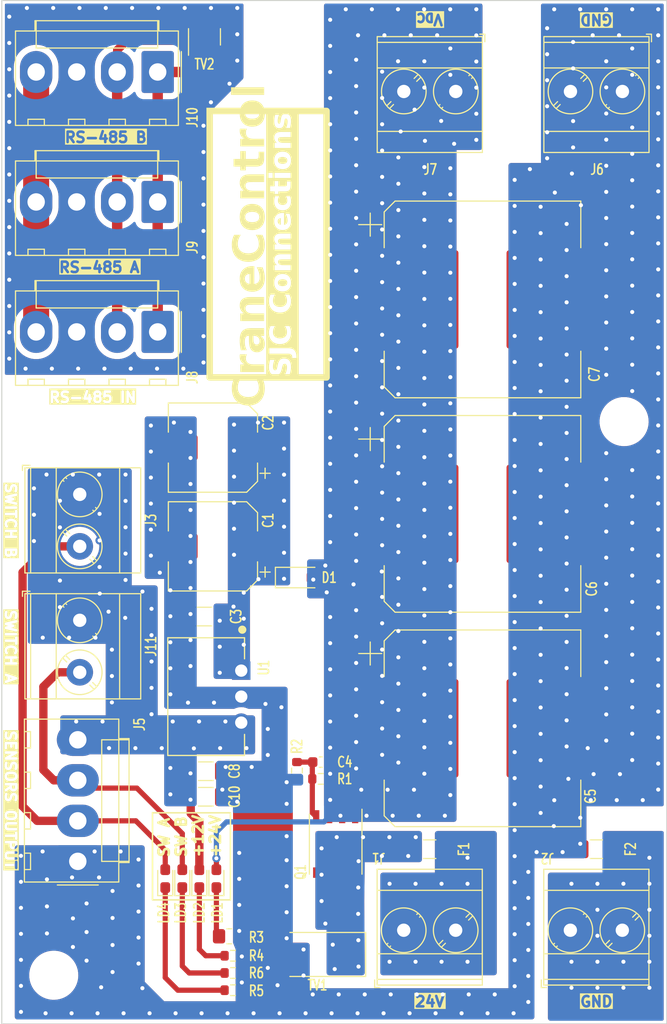
<source format=kicad_pcb>
(kicad_pcb (version 20221018) (generator pcbnew)
  (layers (0 "F.Cu" signal) (31 "B.Cu" signal) (34 "B.Paste" user) (35 "F.Paste" user) (36 "B.SilkS" user "B.Silkscreen") (37 "F.SilkS" user "F.Silkscreen") (38 "B.Mask" user) (39 "F.Mask" user) (44 "Edge.Cuts" user))
  (net 0 "")
  (net 1 "Net-(D1-K)")
  (net 2 "PGND")
  (net 3 "Net-(Q1-G)")
  (net 4 "V_{DC}+")
  (net 5 "+12V")
  (net 6 "Net-(J1-Pin_1)")
  (net 7 "V_{PWR}_Fuse+")
  (net 8 "/RS485-")
  (net 9 "/RS485+")
  (net 10 "GND_ISO")
  (net 11 "+12V_ISO")
  (net 12 "Net-(LD1-K)")
  (net 13 "Net-(LD2-K)")
  (net 14 "Net-(J2-Pin_1)")
  (net 15 "Net-(LD3-K)")
  (net 16 "Net-(LD4-K)")
  (net 17 "Net-(J3-Pin_2)")
  (net 18 "Net-(J11-Pin_2)")
  (footprint "LED_SMD:LED_0603_1608Metric_Pad1.05x0.95mm_HandSolder" (layer "F.Cu") (at 20.978114 85.809 90)
    (fp_text reference "LD1")
    (fp_text value "1.8V @ 5mA" hide)
  )
  (footprint "Resistor_SMD:R_0603_1608Metric" (layer "F.Cu") (at 22.606 93.34371)
    (fp_text reference "R4")
    (fp_text value "2k 5%" hide)
  )
  (footprint "footprints:CONV_VXO78012-1000" (layer "F.Cu") (at 23.408 65.4815 -90)
    (fp_text reference "U1")
    (fp_text value "VXO78012-1000" hide)
  )
  (footprint "Capacitor_SMD:C_0603_1608Metric" (layer "F.Cu") (at 31.179 74.422)
    (fp_text reference locked "C4")
    (fp_text value "10nF 5% 50V" hide)
  )
  (footprint "Capacitor_SMD:CP_Elec_18x17.5" (layer "F.Cu") (at 46.99 29.21)
    (fp_text reference "C7")
    (fp_text value "680uF 63V 20%" hide)
  )
  (footprint "Capacitor_SMD:CP_Elec_18x17.5" (layer "F.Cu") (at 46.99 50.165)
    (fp_text reference "C6")
    (fp_text value "680uF 63V 20%" hide)
  )
  (footprint "TerminalBlock_Phoenix:TerminalBlock_Phoenix_MKDS-3-2-5.08_1x02_P5.08mm_Horizontal" (layer "F.Cu") (at 7.62 60.565 -90)
    (fp_text reference "J11")
    (fp_text value "SENS A" hide)
  )
  (footprint "Capacitor_SMD:C_1206_3216Metric" (layer "F.Cu") (at 19.812 60.198)
    (fp_text reference "C3")
    (fp_text value "10uF 10% 50V" hide)
  )
  (footprint "LED_SMD:LED_0603_1608Metric_Pad1.05x0.95mm_HandSolder" (layer "F.Cu") (at 19.311366 85.809 90)
    (fp_text reference "LD2")
    (fp_text value "1.8V @ 5mA" hide)
  )
  (footprint "footprints:PowerPAK_SO-8_Single" (layer "F.Cu") (at 32.639 82.426 -90)
    (fp_text reference "Q1")
    (fp_text value "SI7149ADP" hide)
  )
  (footprint "Resistor_SMD:R_0603_1608Metric" (layer "F.Cu") (at 28.8544 75.24175 90)
    (fp_text reference locked "R2")
    (fp_text value "82k 0.1%" hide)
  )
  (footprint "MountingHole:MountingHole_4.3mm_M4_DIN965" (layer "F.Cu") (at 26.035 4.445)
    (fp_text reference "H1" hide)
    (fp_text value "MountingHole" hide)
  )
  (footprint "Resistor_SMD:R_0603_1608Metric" (layer "F.Cu") (at 22.606 96.711126)
    (fp_text reference "R5")
    (fp_text value "2k 5%" hide)
  )
  (footprint "Resistor_SMD:R_0805_2012Metric_Pad1.20x1.40mm_HandSolder" (layer "F.Cu") (at 22.236 91.44)
    (fp_text reference "R3")
    (fp_text value "5.62k 5% 250mW" hide)
  )
  (footprint "TerminalBlock_Phoenix:TerminalBlock_Phoenix_MKDS-3-2-5.08_1x02_P5.08mm_Horizontal" (layer "F.Cu") (at 55.579 90.851)
    (fp_text reference "J2")
    (fp_text value "PWR_IN-" hide)
  )
  (footprint "Diode_SMD:D_SMB_Handsoldering" (layer "F.Cu") (at 30.861 93.218 180)
    (fp_text reference "TV1")
    (fp_text value "SMBJ30A" hide)
  )
  (footprint "TerminalBlock_Phoenix:TerminalBlock_Phoenix_MKDS-3-2-5.08_1x02_P5.08mm_Horizontal" (layer "F.Cu") (at 44.38 8.89 180)
    (fp_text reference "J7")
    (fp_text value "V_{DC}" hide)
  )
  (footprint "footprints:Molex_KK-396_A-41791-0004_1x04_P3.96mm_Vertical" (layer "F.Cu") (at 7.43 84.12 90)
    (fp_text reference "J5")
    (fp_text value "SENSORS OUT" hide)
  )
  (footprint "Diode_SMD:D_SOD-123F" (layer "F.Cu") (at 28.956 56.388)
    (fp_text reference "D1")
    (fp_text value "PMEG60T20ELR" hide)
  )
  (footprint "Fuse:Fuse_1206_3216Metric_Pad1.42x1.75mm_HandSolder" (layer "F.Cu") (at 41.835 82.931 180)
    (fp_text reference "F1")
    (fp_text value "25A 32V" hide)
  )
  (footprint "MountingHole:MountingHole_4.3mm_M4_DIN965" (layer "F.Cu") (at 60.833 41.148)
    (fp_text reference "H3" hide)
    (fp_text value "MountingHole" hide)
  )
  (footprint "footprints:Molex_KK-396_A-41791-0004_1x04_P3.96mm_Vertical" (layer "F.Cu") (at 15.24 32.385 180)
    (fp_text reference "J8")
    (fp_text value "RS-485 IN" hide)
  )
  (footprint "LED_SMD:LED_0603_1608Metric_Pad1.05x0.95mm_HandSolder" (layer "F.Cu") (at 17.64462 85.809 90)
    (fp_text reference "LD3")
    (fp_text value "1.8V @ 5mA" hide)
  )
  (footprint "LED_SMD:LED_0603_1608Metric_Pad1.05x0.95mm_HandSolder" (layer "F.Cu") (at 15.977874 85.809 90)
    (fp_text reference "LD4")
    (fp_text value "1.8V @ 5mA" hide)
  )
  (footprint "Capacitor_SMD:CP_Elec_8x10.5" (layer "F.Cu") (at 20.64 53.34 180)
    (fp_text reference "C1")
    (fp_text value "47uF 63V 20%" hide)
  )
  (footprint "footprints:Molex_KK-396_A-41791-0004_1x04_P3.96mm_Vertical" (layer "F.Cu") (at 15.24 6.985 180)
    (fp_text reference "J10")
    (fp_text value "RS-485 B" hide)
  )
  (footprint "TerminalBlock_Phoenix:TerminalBlock_Phoenix_MKDS-3-2-5.08_1x02_P5.08mm_Horizontal" (layer "F.Cu") (at 60.669 8.89 180)
    (fp_text reference "J6")
    (fp_text value "P_{GND}" hide)
  )
  (footprint "Fuse:Fuse_1206_3216Metric_Pad1.42x1.75mm_HandSolder" (layer "F.Cu") (at 58.124 82.931 180)
    (fp_text reference "F2")
    (fp_text value "25A 32V" hide)
  )
  (footprint "Capacitor_SMD:CP_Elec_18x17.5" (layer "F.Cu") (at 46.99 71.12)
    (fp_text reference "C5")
    (fp_text value "680uF 63V 20%" hide)
  )
  (footprint "Capacitor_SMD:C_1206_3216Metric" (layer "F.Cu") (at 19.945 75.311 180)
    (fp_text reference "C8")
    (fp_text value "22uF 10% 25V" hide)
  )
  (footprint "TerminalBlock_Phoenix:TerminalBlock_Phoenix_MKDS-3-2-5.08_1x02_P5.08mm_Horizontal" (layer "F.Cu") (at 7.62 48.26 -90)
    (fp_text reference "J3")
    (fp_text value "SENS B" hide)
  )
  (footprint "Capacitor_SMD:CP_Elec_8x10.5" (layer "F.Cu") (at 20.64 43.688 180)
    (fp_text reference "C2")
    (fp_text value "47uF 63V 20%" hide)
  )
  (footprint "footprints:Molex_KK-396_A-41791-0004_1x04_P3.96mm_Vertical" (layer "F.Cu") (at 15.24 19.685 180)
    (fp_text reference "J9")
    (fp_text value "RS-485 A" hide)
  )
  (footprint "TerminalBlock_Phoenix:TerminalBlock_Phoenix_MKDS-3-2-5.08_1x02_P5.08mm_Horizontal" (layer "F.Cu") (at 39.29 90.851)
    (fp_text reference "J1")
    (fp_text value "PWR_IN+" hide)
  )
  (footprint "Capacitor_SMD:C_1206_3216Metric" (layer "F.Cu") (at 19.945 77.807 180)
    (fp_text reference "C10")
    (fp_text value "10uF 10% 50V" hide)
  )
  (footprint "MountingHole:MountingHole_4.3mm_M4_DIN965" (layer "F.Cu") (at 5.08 95.25)
    (fp_text reference "H2" hide)
    (fp_text value "MountingHole" hide)
  )
  (footprint "Resistor_SMD:R_0603_1608Metric" (layer "F.Cu") (at 22.606 95.027418)
    (fp_text reference "R6")
    (fp_text value "2k 5%" hide)
  )
  (footprint "Package_TO_SOT_SMD:SOT-23-3" (layer "F.Cu") (at 19.812 3.5505 90)
    (fp_text reference "TV2")
    (fp_text value "SM712" hide)
  )
  (footprint "Resistor_SMD:R_0603_1608Metric" (layer "F.Cu") (at 31.179 76.0615)
    (fp_text reference locked "R1")
    (fp_text value "100k 1%" hide)
  )
  (gr_rect (start 14.732 79.375) (end 22.352 87.884) (stroke (width 0.15)) (fill none) (layer "F.SilkS"))
  (gr_rect (start 20.32 10.795) (end 31.75 36.83) (stroke (width 0.635)) (fill none) (layer "F.SilkS"))
  (gr_rect (start 0 0) (end 65 100) (stroke (width 0.1)) (fill none) (layer "Edge.Cuts"))
  (gr_text "RS-485 IN" (at 8.89 39.37) (layer "F.SilkS" knockout) (effects (font (size 1.016 1.016) (thickness 0.254) bold) (justify bottom)))
  (gr_text "SJC Connections" (at 28.575 23.876 90) (layer "F.SilkS" knockout) (effects (font (size 2.032 2.032) (thickness 0.254) bold) (justify bottom)))
  (gr_text "SW A" (at 16.46276 81.788 90) (layer "F.SilkS") (effects (font (size 1.016 1.016) (thickness 0.254) bold) (justify bottom)))
  (gr_text "SWITCH A" (at 0.254 63.11 270) (layer "F.SilkS" knockout) (effects (font (size 1.016 1.016) (thickness 0.254) bold) (justify bottom)))
  (gr_text "SWITCH B" (at 0.254 50.805 270) (layer "F.SilkS" knockout) (effects (font (size 1.016 1.016) (thickness 0.254) bold) (justify bottom)))
  (gr_text "V_{DC}" (at 41.835001 1.27 180) (layer "F.SilkS" knockout) (effects (font (size 1.016 1.016) (thickness 0.254) bold) (justify bottom)))
  (gr_text "+12V" (at 19.796508 81.642857 90) (layer "F.SilkS") (effects (font (size 1.016 1.016) (thickness 0.254) bold) (justify bottom)))
  (gr_text "CraneControl" (at 24.384 23.955375 90) (layer "F.SilkS") (effects (font (size 3.048 3.048) (thickness 0.254) bold)))
  (gr_text "GND" (at 58.124001 1.27 180) (layer "F.SilkS" knockout) (effects (font (size 1.016 1.016) (thickness 0.254) bold) (justify bottom)))
  (gr_text "SENSORS OUTPUT" (at 0.254 78.105 270) (layer "F.SilkS" knockout) (effects (font (size 1.016 1.016) (thickness 0.254) bold) (justify bottom)))
  (gr_text "RS-485 B" (at 10.16 13.97) (layer "F.SilkS" knockout) (effects (font (size 1.016 1.016) (thickness 0.254) bold) (justify bottom)))
  (gr_text "SW B" (at 18.129634 81.715429 90) (layer "F.SilkS") (effects (font (size 1.016 1.016) (thickness 0.254) bold) (justify bottom)))
  (gr_text "GND" (at 58.124 98.425) (layer "F.SilkS" knockout) (effects (font (size 1.016 1.016) (thickness 0.254) bold) (justify bottom)))
  (gr_text "RS-485 A" (at 9.525 26.67) (layer "F.SilkS" knockout) (effects (font (size 1.016 1.016) (thickness 0.254) bold) (justify bottom)))
  (gr_text "+24V" (at 21.463 81.642857 90) (layer "F.SilkS") (effects (font (size 1.016 1.016) (thickness 0.254) bold) (justify bottom)))
  (gr_text "24V" (at 41.835 98.425) (layer "F.SilkS" knockout) (effects (font (size 1.016 1.016) (thickness 0.254) bold) (justify bottom)))
  (via (at 22.7012 49.073282) (size 0.8) (drill 0.4) (layers "F.Cu" "B.Cu") (net 1))
  (via (at 27.5908 41.2432) (size 0.8) (drill 0.4) (layers "F.Cu" "B.Cu") (net 1))
  (via (at 22.7012 51.617216) (size 0.8) (drill 0.4) (layers "F.Cu" "B.Cu") (net 1))
  (via (at 22.650879 59.228175) (size 0.8) (drill 0.4) (layers "F.Cu" "B.Cu") (net 1))
  (via (at 22.7012 54.16115) (size 0.8) (drill 0.4) (layers "F.Cu" "B.Cu") (net 1))
  (via (at 27.5908 51.418936) (size 0.8) (drill 0.4) (layers "F.Cu" "B.Cu") (net 1))
  (via (at 25.086862 56.5468) (size 0.8) (drill 0.4) (layers "F.Cu" "B.Cu") (net 1))
  (via (at 27.5908 48.875002) (size 0.8) (drill 0.4) (layers "F.Cu" "B.Cu") (net 1))
  (via (at 23.6538 57.864658) (size 0.8) (drill 0.4) (layers "F.Cu" "B.Cu") (net 1))
  (via (at 27.5908 53.96287) (size 0.8) (drill 0.4) (layers "F.Cu" "B.Cu") (net 1))
  (via (at 21.3042 60.602938) (size 0.8) (drill 0.4) (layers "F.Cu" "B.Cu") (net 1))
  (via (at 22.7012 43.985414) (size 0.8) (drill 0.4) (layers "F.Cu" "B.Cu") (net 1))
  (via (at 22.7012 46.529348) (size 0.8) (drill 0.4) (layers "F.Cu" "B.Cu") (net 1))
  (via (at 23.6538 60.408592) (size 0.8) (drill 0.4) (layers "F.Cu" "B.Cu") (net 1))
  (via (at 25.046854 41.2432) (size 0.8) (drill 0.4) (layers "F.Cu" "B.Cu") (net 1))
  (via (at 27.5908 56.506804) (size 0.8) (drill 0.4) (layers "F.Cu" "B.Cu") (net 1))
  (via (at 27.5908 43.787134) (size 0.8) (drill 0.4) (layers "F.Cu" "B.Cu") (net 1))
  (via (at 21.304206 65.6908) (size 0.8) (drill 0.4) (layers "F.Cu" "B.Cu") (net 1))
  (via (at 22.7012 41.44148) (size 0.8) (drill 0.4) (layers "F.Cu" "B.Cu") (net 1))
  (via (at 23.6538 62.952526) (size 0.8) (drill 0.4) (layers "F.Cu" "B.Cu") (net 1))
  (via (at 27.5908 46.331068) (size 0.8) (drill 0.4) (layers "F.Cu" "B.Cu") (net 1))
  (via (at 21.3042 63.146872) (size 0.8) (drill 0.4) (layers "F.Cu" "B.Cu") (net 1))
  (via (at 18.4468 59.952949) (size 0.8) (drill 0.4) (layers "F.Cu" "B.Cu") (net 2))
  (via (at 55.2132 57.574781) (size 0.8) (drill 0.4) (layers "F.Cu" "B.Cu") (net 2))
  (via (at 64.1668 28.815163) (size 0.8) (drill 0.4) (layers "F.Cu" "B.Cu") (net 2))
  (via (at 14.5732 51.70108) (size 0.8) (drill 0.4) (layers "F.Cu" "B.Cu") (net 2))
  (via (at 19.52898 98.9648) (size 0.8) (drill 0.4) (layers "F.Cu" "B.Cu") (net 2))
  (via (at 61.6268 22.712677) (size 0.8) (drill 0.4) (layers "F.Cu" "B.Cu") (net 2))
  (via (at 64.1668 56.773126) (size 0.8) (drill 0.4) (layers "F.Cu" "B.Cu") (net 2))
  (via (at 64.1668 33.898429) (size 0.8) (drill 0.4) (layers "F.Cu" "B.Cu") (net 2))
  (via (at 10.8268 89.654061) (size 0.8) (drill 0.4) (layers "F.Cu" "B.Cu") (net 2))
  (via (at 59.0868 56.99682) (size 0.8) (drill 0.4) (layers "F.Cu" "B.Cu") (net 2))
  (via (at 30.39552 97.1232) (size 0.8) (drill 0.4) (layers "F.Cu" "B.Cu") (net 2))
  (via (at 18.4468 42.161518) (size 0.8) (drill 0.4) (layers "F.Cu" "B.Cu") (net 2))
  (via (at 38.020419 97.1232) (size 0.8) (drill 0.4) (layers "F.Cu" "B.Cu") (net 2))
  (via (at 52.6732 30.45657) (size 0.8) (drill 0.4) (layers "F.Cu" "B.Cu") (net 2))
  (via (at 14.5732 41.534548) (size 0.8) (drill 0.4) (layers "F.Cu" "B.Cu") (net 2))
  (via (at 50.1332 86.154298) (size 0.8) (drill 0.4) (layers "F.Cu" "B.Cu") (net 2))
  (via (at 52.6732 66.512128) (size 0.8) (drill 0.4) (layers "F.Cu" "B.Cu") (net 2))
  (via (at 18.20253 68.6118) (size 0.8) (drill 0.4) (layers "F.Cu" "B.Cu") (net 2))
  (via (at 59.0868 59.549801) (size 0.8) (drill 0.4) (layers "F.Cu" "B.Cu") (net 2))
  (via (at 52.6732 69.087525) (size 0.8) (drill 0.4) (layers "F.Cu" "B.Cu") (net 2))
  (via (at 59.0868 13.596143) (size 0.8) (drill 0.4) (layers "F.Cu" "B.Cu") (net 2))
  (via (at 47.486943 98.9648) (size 0.8) (drill 0.4) (layers "F.Cu" "B.Cu") (net 2))
  (via (at 59.0868 11.043162) (size 0.8) (drill 0.4) (layers "F.Cu" "B.Cu") (net 2))
  (via (at 55.2132 44.809876) (size 0.8) (drill 0.4) (layers "F.Cu" "B.Cu") (net 2))
  (via (at 61.6268 33.014265) (size 0.8) (drill 0.4) (layers "F.Cu" "B.Cu") (net 2))
  (via (at 50.1332 73.446133) (size 0.8) (drill 0.4) (layers "F.Cu" "B.Cu") (net 2))
  (via (at 4.4132 91.162189) (size 0.8) (drill 0.4) (layers "F.Cu" "B.Cu") (net 2))
  (via (at 59.083509 0.8572) (size 0.8) (drill 0.4) (layers "F.Cu" "B.Cu") (net 2))
  (via (at 55.2132 49.915838) (size 0.8) (drill 0.4) (layers "F.Cu" "B.Cu") (net 2))
  (via (at 55.2132 32.044971) (size 0.8) (drill 0.4) (layers "F.Cu" "B.Cu") (net 2))
  (via (at 23.4632 93.413783) (size 0.8) (drill 0.4) (layers "F.Cu" "B.Cu") (net 2))
  (via (at 64.1668 59.314759) (size 0.8) (drill 0.4) (layers "F.Cu" "B.Cu") (net 2))
  (via (at 53.3082 15.414955) (size 0.8) (drill 0.4) (layers "F.Cu" "B.Cu") (net 2))
  (via (at 50.1332 35.321638) (size 0.8) (drill 0.4) (layers "F.Cu" "B.Cu") (net 2))
  (via (at 52.6732 56.21054) (size 0.8) (drill 0.4) (layers "F.Cu" "B.Cu") (net 2))
  (via (at 40.562052 97.1232) (size 0.8) (drill 0.4) (layers "F.Cu" "B.Cu") (net 2))
  (via (at 50.1332 53.113069) (size 0.8) (drill 0.4) (layers "F.Cu" "B.Cu") (net 2))
  (via (at 64.1668 3.398833) (size 0.8) (drill 0.4) (layers "F.Cu" "B.Cu") (net 2))
  (via (at 52.6732 74.238319) (size 0.8) (drill 0.4) (layers "F.Cu" "B.Cu") (net 2))
  (via (at 59.0868 44.231915) (size 0.8) (drill 0.4) (layers "F.Cu" "B.Cu") (net 2))
  (via (at 55.8482 4.057115) (size 0.8) (drill 0.4) (layers "F.Cu" "B.Cu") (net 2))
  (via (at 48.186951 97.1232) (size 0.8) (drill 0.4) (layers "F.Cu" "B.Cu") (net 2))
  (via (at 60.427586 75.5968) (size 0.8) (drill 0.4) (layers "F.Cu" "B.Cu") (net 2))
  (via (at 64.1668 21.190264) (size 0.8) (drill 0.4) (layers "F.Cu" "B.Cu") (net 2))
  (via (at 50.1332 55.654702) (size 0.8) (drill 0.4) (layers "F.Cu" "B.Cu") (net 2))
  (via (at 55.2132 55.0218) (size 0.8) (drill 0.4) (layers "F.Cu" "B.Cu") (net 2))
  (via (at 21.884867 74.8982) (size 0.8) (drill 0.4) (layers "F.Cu" "B.Cu") (net 2))
  (via (at 51.4668 90.236492) (size 0.8) (drill 0.4) (layers "F.Cu" "B.Cu") (net 2))
  (via (at 61.6268 38.165059) (size 0.8) (drill 0.4) (layers "F.Cu" "B.Cu") (net 2))
  (via (at 50.1332 25.155106) (size 0.8) (drill 0.4) (layers "F.Cu" "B.Cu") (net 2))
  (via (at 26.0032 94.529986) (size 0.8) (drill 0.4) (layers "F.Cu" "B.Cu") (net 2))
  (via (at 52.6732 76.813716) (size 0.8) (drill 0.4) (layers "F.Cu" "B.Cu") (net 2))
  (via (at 1.8732 93.745883) (size 0.8) (drill 0.4) (layers "F.Cu" "B.Cu") (net 2))
  (via (at 55.2132 29.49199) (size 0.8) (drill 0.4) (layers "F.Cu" "B.Cu") (net 2))
  (via (at 27.8448 91.635049) (size 0.8) (drill 0.4) (layers "F.Cu" "B.Cu") (net 2))
  (via (at 27.8448 84.01015) (size 0.8) (drill 0.4) (layers "F.Cu" "B.Cu") (net 2))
  (via (at 53.3082 12.873322) (size 0.8) (drill 0.4) (layers "F.Cu" "B.Cu") (net 2))
  (via (at 50.1332 20.07184) (size 0.8) (drill 0.4) (layers "F.Cu" "B.Cu") (net 2))
  (via (at 23.2092 83.294051) (size 0.8) (drill 0.4) (layers "F.Cu" "B.Cu") (net 2))
  (via (at 51.4668 87.694859) (size 0.8) (drill 0.4) (layers "F.Cu" "B.Cu") (net 2))
  (via (at 16.4782 67.794497) (size 0.8) (drill 0.4) (layers "F.Cu" "B.Cu") (net 2))
  (via (at 55.2132 47.362857) (size 0.8) (drill 0.4) (layers "F.Cu" "B.Cu") (net 2))
  (via (at 64.1668 11.023732) (size 0.8) (drill 0.4) (layers "F.Cu" "B.Cu") (net 2))
  (via (at 50.1332 88.695931) (size 0.8) (drill 0.4) (layers "F.Cu" "B.Cu") (net 2))
  (via (at 27.8448 76.385251) (size 0.8) (drill 0.4) (layers "F.Cu" "B.Cu") (net 2))
  (via (at 59.0868 26.361048) (size 0.8) (drill 0.4) (layers "F.Cu" "B.Cu") (net 2))
  (via (at 56.5468 82.401341) (size 0.8) (drill 0.4) (layers "F.Cu" "B.Cu") (net 2))
  (via (at 6.9532 89.69368) (size 0.8) (drill 0.4) (layers "F.Cu" "B.Cu") (net 2))
  (via (at 57.572511 78.1368) (size 0.8) (drill 0.4) (layers "F.Cu" "B.Cu") (net 2))
  (via (at 16.4782 62.711231) (size 0.8) (drill 0.4) (layers "F.Cu" "B.Cu") (net 2))
  (via (at 64.1668 8.482099) (size 0.8) (drill 0.4) (layers "F.Cu" "B.Cu") (net 2))
  (via (at 50.1332 30.238372) (size 0.8) (drill 0.4) (layers "F.Cu" "B.Cu") (net 2))
  (via (at 61.6268 25.288074) (size 0.8) (drill 0.4) (layers "F.Cu" "B.Cu") (net 2))
  (via (at 61.6268 51.042044) (size 0.8) (drill 0.4) (layers "F.Cu" "B.Cu") (net 2))
  (via (at 61.6268 74.220617) (size 0.8) (drill 0.4) (layers "F.Cu" "B.Cu") (net 2))
  (via (at 1.8732 88.662617) (size 0.8) (drill 0.4) (layers "F.Cu" "B.Cu") (net 2))
  (via (at 64.1668 38.981695) (size 0.8) (drill 0.4) (layers "F.Cu" "B.Cu") (net 2))
  (via (at 53.96091 80.6768) (size 0.8) (drill 0.4) (layers "F.Cu" "B.Cu") (net 2))
  (via (at 9.362448 98.9648) (size 0.8) (drill 0.4) (layers "F.Cu" "B.Cu") (net 2))
  (via (at 14.5732 54.242713) (size 0.8) (drill 0.4) (layers "F.Cu" "B.Cu") (net 2))
  (via (at 55.2132 70.339686) (size 0.8) (drill 0.4) (layers "F.Cu" "B.Cu") (net 2))
  (via (at 52.6732 43.333555) (size 0.8) (drill 0.4) (layers "F.Cu" "B.Cu") (net 2))
  (via (at 9.071948 83.1532) (size 0.8) (drill 0.4) (layers "F.Cu" "B.Cu") (net 2))
  (via (at 64.1668 31.356796) (size 0.8) (drill 0.4) (layers "F.Cu" "B.Cu") (net 2))
  (via (at 52.6732 48.484349) (size 0.8) (drill 0.4) (layers "F.Cu" "B.Cu") (net 2))
  (via (at 8.2868 93.82136) (size 0.8) (drill 0.4) (layers "F.Cu" "B.Cu") (net 2))
  (via (at 57.763682 3.3972) (size 0.8) (drill 0.4) (layers "F.Cu" "B.Cu") (net 2))
  (via (at 20.744163 68.6118) (size 0.8) (drill 0.4) (layers "F.Cu" "B.Cu") (net 2))
  (via (at 59.0868 64.655763) (size 0.8) (drill 0.4) (layers "F.Cu" "B.Cu") (net 2))
  (via (at 50.1332 17.530207) (size 0.8) (drill 0.4) (layers "F.Cu" "B.Cu") (net 2))
  (via (at 55.8482 14.358703) (size 0.8) (drill 0.4) (layers "F.Cu" "B.Cu") (net 2))
  (via (at 61.6268 53.617441) (size 0.8) (drill 0.4) (layers "F.Cu" "B.Cu") (net 2))
  (via (at 23.2092 85.835684) (size 0.8) (drill 0.4) (layers "F.Cu" "B.Cu") (net 2))
  (via (at 59.0868 18.702105) (size 0.8) (drill 0.4) (layers "F.Cu" "B.Cu") (net 2))
  (via (at 55.2132 34.597952) (size 0.8) (drill 0.4) (layers "F.Cu" "B.Cu") (net 2))
  (via (at 52.6732 20.154982) (size 0.8) (drill 0.4) (layers "F.Cu" "B.Cu") (net 2))
  (via (at 52.6732 33.031967) (size 0.8) (drill 0.4) (layers "F.Cu" "B.Cu") (net 2))
  (via (at 60.339079 3.3972) (size 0.8) (drill 0.4) (layers "F.Cu" "B.Cu") (net 2))
  (via (at 61.6268 61.343632) (size 0.8) (drill 0.4) (layers "F.Cu" "B.Cu") (net 2))
  (via (at 64.1668 44.064961) (size 0.8) (drill 0.4) (layers "F.Cu" "B.Cu") (net 2))
  (via (at 52.6732 53.635143) (size 0.8) (drill 0.4) (layers "F.Cu" "B.Cu") (net 2))
  (via (at 26.0032 71.184648) (size 0.8) (drill 0.4) (layers "F.Cu" "B.Cu") (net 2))
  (via (at 59.0868 51.890858) (size 0.8) (drill 0.4) (layers "F.Cu" "B.Cu") (net 2))
  (via (at 52.278993 83.2168) (size 0.8) (drill 0.4) (layers "F.Cu" "B.Cu") (net 2))
  (via (at 14.445714 98.9648) (size 0.8) (drill 0.4) (layers "F.Cu" "B.Cu") (net 2))
  (via (at 32.237145 98.9648) (size 0.8) (drill 0.4) (layers "F.Cu" "B.Cu") (net 2))
  (via (at 52.6732 22.730379) (size 0.8) (drill 0.4) (layers "F.Cu" "B.Cu") (net 2))
  (via (at 61.6268 35.589662) (size 0.8) (drill 0.4) (layers "F.Cu" "B.Cu") (net 2))
  (via (at 64.1668 64.398025) (size 0.8) (drill 0.4) (layers "F.Cu" "B.Cu") (net 2))
  (via (at 61.6268 45.89125) (size 0.8) (drill 0.4) (layers "F.Cu" "B.Cu") (net 2))
  (via (at 16.4782 65.252864) (size 0.8) (drill 0.4) (layers "F.Cu" "B.Cu") (net 2))
  (via (at 55.385237 76.059607) (size 0.8) (drill 0.4) (layers "F.Cu" "B.Cu") (net 2))
  (via (at 61.6268 58.768235) (size 0.8) (drill 0.4) (layers "F.Cu" "B.Cu") (net 2))
  (via (at 6.820815 98.9648) (size 0.8) (drill 0.4) (layers "F.Cu" "B.Cu") (net 2))
  (via (at 50.1332 91.237564) (size 0.8) (drill 0.4) (layers "F.Cu" "B.Cu") (net 2))
  (via (at 13.3668 94.108146) (size 0.8) (drill 0.4) (layers "F.Cu" "B.Cu") (net 2))
  (via (at 55.2132 67.786705) (size 0.8) (drill 0.4) (layers "F.Cu" "B.Cu") (net 2))
  (via (at 61.6268 48.466647) (size 0.8) (drill 0.4) (layers "F.Cu" "B.Cu") (net 2))
  (via (at 26.9558 96.224235) (size 0.8) (drill 0.4) (layers "F.Cu" "B.Cu") (net 2))
  (via (at 42.403677 98.9648) (size 0.8) (drill 0.4) (layers "F.Cu" "B.Cu") (net 2))
  (via (at 64.1668 51.68986) (size 0.8) (drill 0.4) (layers "F.Cu" "B.Cu") (net 2))
  (via (at 50.1332 75.987766) (size 0.8) (drill 0.4) (layers "F.Cu" "B.Cu") (net 2))
  (via (at 51.4668 85.153226) (size 0.8) (drill 0.4) (layers "F.Cu" "B.Cu") (net 2))
  (via (at 61.6268 66.494426) (size 0.8) (drill 0.4) (layers "F.Cu" "B.Cu") (net 2))
  (via (at 59.0868 72.314706) (size 0.8) (drill 0.4) (layers "F.Cu" "B.Cu") (net 2))
  (via (at 59.0868 69.761725) (size 0.8) (drill 0.4) (layers "F.Cu" "B.Cu") (net 2))
  (via (at 61.6268 71.64522) (size 0.8) (drill 0.4) (layers "F.Cu" "B.Cu") (net 2))
  (via (at 50.1332 83.612665) (size 0.8) (drill 0.4) (layers "F.Cu" "B.Cu") (net 2))
  (via (at 53.3082 10.331689) (size 0.8) (drill 0.4) (layers "F.Cu" "B.Cu") (net 2))
  (via (at 44.94531 98.9648) (size 0.8) (drill 0.4) (layers "F.Cu" "B.Cu") (net 2))
  (via (at 50.1332 37.863271) (size 0.8) (drill 0.4) (layers "F.Cu" "B.Cu") (net 2))
  (via (at 55.2132 62.680743) (size 0.8) (drill 0.4) (layers "F.Cu" "B.Cu") (net 2))
  (via (at 18.4468 57.411316) (size 0.8) (drill 0.4) (layers "F.Cu" "B.Cu") (net 2))
  (via (at 52.6732 38.182761) (size 0.8) (drill 0.4) (layers "F.Cu" "B.Cu") (net 2))
  (via (at 55.2132 39.703914) (size 0.8) (drill 0.4) (layers "F.Cu" "B.Cu") (net 2))
  (via (at 1.8732 91.20425) (size 0.8) (drill 0.4) (layers "F.Cu" "B.Cu") (net 2))
  (via (at 50.1332 58.196335) (size 0.8) (drill 0.4) (layers "F.Cu" "B.Cu") (net 2))
  (via (at 55.2132 52.468819) (size 0.8) (drill 0.4) (layers "F.Cu" "B.Cu") (net 2))
  (via (at 50.1332 42.946537) (size 0.8) (drill 0.4) (layers "F.Cu" "B.Cu") (net 2))
  (via (at 56.5468 79.859708) (size 0.8) (drill 0.4) (layers "F.Cu" "B.Cu") (net 2))
  (via (at 55.8482 11.783306) (size 0.8) (drill 0.4) (layers "F.Cu" "B.Cu") (net 2))
  (via (at 29.4958 92.732668) (size 0.8) (drill 0.4) (layers "F.Cu" "B.Cu") (net 2))
  (via (at 14.5732 46.617814) (size 0.8) (drill 0.4) (layers "F.Cu" "B.Cu") (net 2))
  (via (at 27.3368 69.061366) (size 0.8) (drill 0.4) (layers "F.Cu" "B.Cu") (net 2))
  (via (at 14.5732 44.076181) (size 0.8) (drill 0.4) (layers "F.Cu" "B.Cu") (net 2))
  (via (at 59.0868 31.46701) (size 0.8) (drill 0.4) (layers "F.Cu" "B.Cu") (net 2))
  (via (at 1.8732 96.287516) (size 0.8) (drill 0.4) (layers "F.Cu" "B.Cu") (net 2))
  (via (at 50.1332 96.32083) (size 0.8) (drill 0.4) (layers "F.Cu" "B.Cu") (net 2))
  (via (at 64.1668 36.440062) (size 0.8) (drill 0.4) (layers "F.Cu" "B.Cu") (net 2))
  (via (at 29.695512 98.9648) (size 0.8) (drill 0.4) (layers "F.Cu" "B.Cu") (net 2))
  (via (at 59.0868 28.914029) (size 0.8) (drill 0.4) (layers "F.Cu" "B.Cu") (net 2))
  (via (at 32.937153 97.1232) (size 0.8) (drill 0.4) (layers "F.Cu" "B.Cu") (net 2))
  (via (at 55.2132 60.127762) (size 0.8) (drill 0.4) (layers "F.Cu" "B.Cu") (net 2))
  (via (at 50.1332 27.696739) (size 0.8) (drill 0.4) (layers "F.Cu" "B.Cu") (net 2))
  (via (at 64.1668 13.565365) (size 0.8) (drill 0.4) (layers "F.Cu" "B.Cu") (net 2))
  (via (at 13.3668 83.941614) (size 0.8) (drill 0.4) (layers "F.Cu" "B.Cu") (net 2))
  (via (at 55.2132 37.150933) (size 0.8) (drill 0.4) (layers "F.Cu" "B.Cu") (net 2))
  (via (at 11.613581 83.1532) (size 0.8) (drill 0.4) (layers "F.Cu" "B.Cu") (net 2))
  (via (at 13.3668 89.02488) (size 0.8) (drill 0.4) (layers "F.Cu" "B.Cu") (net 2))
  (via (at 59.0868 54.443839) (size 0.8) (drill 0.4) (layers "F.Cu" "B.Cu") (net 2))
  (via (at 15.445746 55.9118) (size 0.8) (drill 0.4) (layers "F.Cu" "B.Cu") (net 2))
  (via (at 55.8482 6.632512) (size 0.8) (drill 0.4) (layers "F.Cu" "B.Cu") (net 2))
  (via (at 8.2868 91.02728) (size 0.8) (drill 0.4) (layers "F.Cu" "B.Cu") (net 2))
  (via (at 14.5732 49.159447) (size 0.8) (drill 0.4) (layers "F.Cu" "B.Cu") (net 2))
  (via (at 1.8732 98.829149) (size 0.8) (drill 0.4) (layers "F.Cu" "B.Cu") (net 2))
  (via (at 64.1668 74.564557) (size 0.8) (drill 0.4) (layers "F.Cu" "B.Cu") (net 2))
  (via (at 24.612246 98.9648) (size 0.8) (drill 0.4) (layers "F.Cu" "B.Cu") (net 2))
  (via (at 55.2132 24.386028) (size 0.8) (drill 0.4) (layers "F.Cu" "B.Cu") (net 2))
  (via (at 1.8732 86.120984) (size 0.8) (drill 0.4) (layers "F.Cu" "B.Cu") (net 2))
  (via (at 50.028576 98.9648) (size 0.8) (drill 0.4) (layers "F.Cu" "B.Cu") (net 2))
  (via (at 61.6268 30.438868) (size 0.8) (drill 0.4) (layers "F.Cu" "B.Cu") (net 2))
  (via (at 23.2092 88.377317) (size 0.8) (drill 0.4) (layers "F.Cu" "B.Cu") (net 2))
  (via (at 61.6268 63.919029) (size 0.8) (drill 0.4) (layers "F.Cu" "B.Cu") (net 2))
  (via (at 55.2132 72.892667) (size 0.8) (drill 0.4) (layers "F.Cu" "B.Cu") (net 2))
  (via (at 55.2132 65.233724) (size 0.8) (drill 0.4) (layers "F.Cu" "B.Cu") (net 2))
  (via (at 55.2132 26.939009) (size 0.8) (drill 0.4) (layers "F.Cu" "B.Cu") (net 2))
  (via (at 50.1332 45.48817) (size 0.8) (drill 0.4) (layers "F.Cu" "B.Cu") (net 2))
  (via (at 52.6732 71.662922) (size 0.8) (drill 0.4) (layers "F.Cu" "B.Cu") (net 2))
  (via (at 50.1332 78.529399) (size 0.8) (drill 0.4) (layers "F.Cu" "B.Cu") (net 2))
  (via (at 9.712885 96.4248) (size 0.8) (drill 0.4) (layers "F.Cu" "B.Cu") (net 2))
  (via (at 9.506507 85.6932) (size 0.8) (drill 0.4) (layers "F.Cu" "B.Cu") (net 2))
  (via (at 64.1668 46.606594) (size 0.8) (drill 0.4) (layers "F.Cu" "B.Cu") (net 2))
  (via (at 55.2132 42.256895) (size 0.8) (drill 0.4) (layers "F.Cu" "B.Cu") (net 2))
  (via (at 52.6732 61.361334) (size 0.8) (drill 0.4) (layers "F.Cu" "B.Cu") (net 2))
  (via (at 16.4782 57.627965) (size 0.8) (drill 0.4) (layers "F.Cu" "B.Cu") (net 2))
  (via (at 18.4468 44.703151) (size 0.8) (drill 0.4) (layers "F.Cu" "B.Cu") (net 2))
  (via (at 59.0868 67.208744) (size 0.8) (drill 0.4) (layers "F.Cu" "B.Cu") (net 2))
  (via (at 61.6268 4.684898) (size 0.8) (drill 0.4) (layers "F.Cu" "B.Cu") (net 2))
  (via (at 59.0868 36.572972) (size 0.8) (drill 0.4) (layers "F.Cu" "B.Cu") (net 2))
  (via (at 52.6732 35.607364) (size 0.8) (drill 0.4) (layers "F.Cu" "B.Cu") (net 2))
  (via (at 64.1668 26.27353) (size 0.8) (drill 0.4) (layers "F.Cu" "B.Cu") (net 2))
  (via (at 27.8448 78.5) (size 0.8) (drill 0.4) (layers "F.Cu" "B.Cu") (net 2))
  (via (at 55.2132 21.833047) (size 0.8) (drill 0.4) (layers "F.Cu" "B.Cu") (net 2))
  (via (at 59.0868 16.149124) (size 0.8) (drill 0.4) (layers "F.Cu" "B.Cu") (net 2))
  (via (at 64.1668 77.10619) (size 0.8) (drill 0.4) (layers "F.Cu" "B.Cu") (net 2))
  (via (at 61.6268 14.986486) (size 0.8) (drill 0.4) (layers "F.Cu" "B.Cu") (net 2))
  (via (at 18.4468 65.036215) (size 0.8) (drill 0.4) (layers "F.Cu" "B.Cu") (net 2))
  (via (at 50.1332 22.613473) (size 0.8) (drill 0.4) (layers "F.Cu" "B.Cu") (net 2))
  (via (at 39.862044 98.9648) (size 0.8) (drill 0.4) (layers "F.Cu" "B.Cu") (net 2))
  (via (at 51.4668 92.778125) (size 0.8) (drill 0.4) (layers "F.Cu" "B.Cu") (net 2))
  (via (at 10.8268 92.294635) (size 0.8) (drill 0.4) (layers "F.Cu" "B.Cu") (net 2))
  (via (at 61.6268 69.069823) (size 0.8) (drill 0.4) (layers "F.Cu" "B.Cu") (net 2))
  (via (at 61.6268 12.411089) (size 0.8) (drill 0.4) (layers "F.Cu" "B.Cu") (net 2))
  (via (at 27.8448 86.551783) (size 0.8) (drill 0.4) (layers "F.Cu" "B.Cu") (net 2))
  (via (at 37.320411 98.9648) (size 0.8) (drill 0.4) (layers "F.Cu" "B.Cu") (net 2))
  (via (at 55.73186 16.910959) (size 0.8) (drill 0.4) (layers "F.Cu" "B.Cu") (net 2))
  (via (at 50.1332 93.779197) (size 0.8) (drill 0.4) (layers "F.Cu" "B.Cu") (net 2))
  (via (at 52.6732 63.936731) (size 0.8) (drill 0.4) (layers "F.Cu" "B.Cu") (net 2))
  (via (at 59.0868 5.9372) (size 0.8) (drill 0.4) (layers "F.Cu" "B.Cu") (net 2))
  (via (at 35.478786 97.1232) (size 0.8) (drill 0.4) (layers "F.Cu" "B.Cu") (net 2))
  (via (at 59.0868 8.490181) (size 0.8) (drill 0.4) (layers "F.Cu" "B.Cu") (net 2))
  (via (at 53.3082 2.70679) (size 0.8) (drill 0.4) (layers "F.Cu" "B.Cu") (net 2))
  (via (at 13.3668 91.566513) (size 0.8) (drill 0.4) (layers "F.Cu" "B.Cu") (net 2))
  (via (at 64.1668 5.940466) (size 0.8) (drill 0.4) (layers "F.Cu" "B.Cu") (net 2))
  (via (at 50.1332 48.029803) (size 0.8) (drill 0.4) (layers "F.Cu" "B.Cu") (net 2))
  (via (at 52.6732 45.908952) (size 0.8) (drill 0.4) (layers "F.Cu" "B.Cu") (net 2))
  (via (at 56.610818 20.006441) (size 0.8) (drill 0.4) (layers "F.Cu" "B.Cu") (net 2))
  (via (at 52.6732 51.059746) (size 0.8) (drill 0.4) (layers "F.Cu" "B.Cu") (net 2))
  (via (at 64.1668 72.022924) (size 0.8) (drill 0.4) (layers "F.Cu" "B.Cu") (net 2))
  (via (at 61.625142 0.8572) (size 0.8) (drill 0.4) (layers "F.Cu" "B.Cu") (net 2))
  (via (at 64.1668 23.731897) (size 0.8) (drill 0.4) (layers "F.Cu" "B.Cu") (net 2))
  (via (at 52.6732 58.785937) (size 0.8) (drill 0.4) (layers "F.Cu" "B.Cu") (net 2))
  (via (at 4.4132 88.521615) (size 0.8) (drill 0.4) (layers "F.Cu" "B.Cu") (net 2))
  (via (at 64.1668 61.856392) (size 0.8) (drill 0.4) (layers "F.Cu" "B.Cu") (net 2))
  (via (at 54.062205 18.768796) (size 0.8) (drill 0.4) (layers "F.Cu" "B.Cu") (net 2))
  (via (at 50.1332 32.780005) (size 0.8) (drill 0.4) (layers "F.Cu" "B.Cu") (net 2))
  (via (at 50.1332 60.737968) (size 0.8) (drill 0.4) (layers "F.Cu" "B.Cu") (net 2))
  (via (at 57.852189 75.5968) (size 0.8) (drill 0.4) (layers "F.Cu" "B.Cu") (net 2))
  (via (at 3.988682 83.1532) (size 0.8) (drill 0.4) (layers "F.Cu" "B.Cu") (net 2))
  (via (at 61.6268 20.13728) (size 0.8) (drill 0.4) (layers "F.Cu" "B.Cu") (net 2))
  (via (at 53.3082 7.790056) (size 0.8) (drill 0.4) (layers "F.Cu" "B.Cu") (net 2))
  (via (at 64.1668 0.8572) (size 0.8) (drill 0.4) (layers "F.Cu" "B.Cu") (net 2))
  (via (at 52.6732 79.389113) (size 0.8) (drill 0.4) (layers "F.Cu" "B.Cu") (net 2))
  (via (at 27.8448 81.661) (size 0.8) (drill 0.4) (layers "F.Cu" "B.Cu") (net 2))
  (via (at 59.0868 49.337877) (size 0.8) (drill 0.4) (layers "F.Cu" "B.Cu") (net 2))
  (via (at 13.3668 86.483247) (size 0.8) (drill 0.4) (layers "F.Cu" "B.Cu") (net 2))
  (via (at 23.2092 90.91895) (size 0.8) (drill 0.4) (layers "F.Cu" "B.Cu") (net 2))
  (via (at 18.4468 49.786417) (size 0.8) (drill 0.4) (layers "F.Cu" "B.Cu") (net 2))
  (via (at 54.000243 0.8572) (size 0.8) (drill 0.4) (layers "F.Cu" "B.Cu") (net 2))
  (via (at 52.6732 40.758158) (size 0.8) (drill 0.4) (layers "F.Cu" "B.Cu") (net 2))
  (via (at 18.4468 62.494582) (size 0.8) (drill 0.4) (layers "F.Cu" "B.Cu") (net 2))
  (via (at 43.103685 97.1232) (size 0.8) (drill 0.4) (layers "F.Cu" "B.Cu") (net 2))
  (via (at 51.622826 16.4782) (size 0.8) (drill 0.4) (layers "F.Cu" "B.Cu") (net 2))
  (via (at 52.6732 27.881173) (size 0.8) (drill 0.4) (layers "F.Cu" "B.Cu") (net 2))
  (via (at 64.1668 41.523328) (size 0.8) (drill 0.4) (layers "F.Cu" "B.Cu") (net 2))
  (via (at 64.1668 16.106998) (size 0.8) (drill 0.4) (layers "F.Cu" "B.Cu") (net 2))
  (via (at 50.1332 68.362867) (size 0.8) (drill 0.4) (layers "F.Cu" "B.Cu") (net 2))
  (via (at 18.4468 52.32805) (size 0.8) (drill 0.4) (layers "F.Cu" "B.Cu") (net 2))
  (via (at 1.8732 83.579351) (size 0.8) (drill 0.4) (layers "F.Cu" "B.Cu") (net 2))
  (via (at 10.8268 87.013487) (size 0.8) (drill 0.4) (layers "F.Cu" "B.Cu") (net 2))
  (via (at 59.0868 46.784896) (size 0.8) (drill 0.4) (layers "F.Cu" "B.Cu") (net 2))
  (via (at 54.0068 78.147293) (size 0.8) (drill 0.4) (layers "F.Cu" "B.Cu") (net 2))
  (via (at 4.279182 98.9648) (size 0.8) (drill 0.4) (layers "F.Cu" "B.Cu") (net 2))
  (via (at 51.4668 97.861391) (size 0.8) (drill 0.4) (layers "F.Cu" "B.Cu") (net 2))
  (via (at 45.645318 97.1232) (size 0.8) (drill 0.4) (layers "F.Cu" "B.Cu") (net 2))
  (via (at 29.4958 95.274301) (size 0.8) (drill 0.4) (layers "F.Cu" "B.Cu") (net 2))
  (via (at 64.1668 18.648631) (size 0.8) (drill 0.4) (layers "F.Cu" "B.Cu") (net 2))
  (via (at 51.4668 95.319758) (size 0.8) (drill 0.4) (layers "F.Cu" "B.Cu") (net 2))
  (via (at 4.4132 85.881041) (size 0.8) (drill 0.4) (layers "F.Cu" "B.Cu") (net 2))
  (via (at 6.865933 85.6932) (size 0.8) (drill 0.4) (layers "F.Cu" "B.Cu") (net 2))
  (via (at 23.011662 78.292608) (size 0.8) (drill 0.4) (layers "F.Cu" "B.Cu") (net 2))
  (via (at 59.0868 21.255086) (size 0.8) (drill 0.4) (layers "F.Cu" "B.Cu") (net 2))
  (via (at 25.775419 68.737365) (size 0.8) (drill 0.4) (layers "F.Cu" "B.Cu") (net 2))
  (via (at 22.070613 98.9648) (size 0.8) (drill 0.4) (layers "F.Cu" "B.Cu") (net 2))
  (via (at 34.778778 98.9648) (size 0.8) (drill 0.4) (layers "F.Cu" "B.Cu") (net 2))
  (via (at 6.9532 92.48776) (size 0.8) (drill 0.4) (layers "F.Cu" "B.Cu") (net 2))
  (via (at 50.1332 81.071032) (size 0.8) (drill 0.4) (layers "F.Cu" "B.Cu") (net 2))
  (via (at 54.820626 83.2168) (size 0.8) (drill 0.4) (layers "F.Cu" "B.Cu") (net 2))
  (via (at 11.904081 98.9648) (size 0.8) (drill 0.4) (layers "F.Cu" "B.Cu") (net 2))
  (via (at 16.4782 60.169598) (size 0.8) (drill 0.4) (layers "F.Cu" "B.Cu") (net 2))
  (via (at 61.6268 7.260295) (size 0.8) (drill 0.4) (layers "F.Cu" "B.Cu") (net 2))
  (via (at 50.1332 40.404904) (size 0.8) (drill 0.4) (layers "F.Cu" "B.Cu") (net 2))
  (via (at 8.2868 88.2332) (size 0.8) (drill 0.4) (layers "F.Cu" "B.Cu") (net 2))
  (via (at 13.744889 96.512942) (size 0.8) (drill 0.4) (layers "F.Cu" "B.Cu") (net 2))
  (via (at 18.4468 47.244784) (size 0.8) (drill 0.4) (layers "F.Cu" "B.Cu") (net 2))
  (via (at 57.275913 73.0568) (size 0.8) (drill 0.4) (layers "F.Cu" "B.Cu") (net 2))
  (via (at 50.1332 63.279601) (size 0.8) (drill 0.4) (layers "F.Cu" "B.Cu") (net 2))
  (via (at 18.4468 54.869683) (size 0.8) (drill 0.4) (layers "F.Cu" "B.Cu") (net 2))
  (via (at 26.0032 73.726281) (size 0.8) (drill 0.4) (layers "F.Cu" "B.Cu") (net 2))
  (via (at 50.1332 65.821234) (size 0.8) (drill 0.4) (layers "F.Cu" "B.Cu") (net 2))
  (via (at 50.1332 50.571436) (size 0.8) (drill 0.4) (layers "F.Cu" "B.Cu") (net 2))
  (via (at 64.1668 54.231493) (size 0.8) (drill 0.4) (layers "F.Cu" "B.Cu") (net 2))
  (via (at 23.4632 95.955416) (size 0.8) (drill 0.4) (layers "F.Cu" "B.Cu") (net 2))
  (via (at 59.0868 23.808067) (size 0.8) (drill 0.4) (layers "F.Cu" "B.Cu") (net 2))
  (via (at 16.987347 98.9648) (size 0.8) (drill 0.4) (layers "F.Cu" "B.Cu") (net 2))
  (via (at 27.153879 98.9648) (size 0.8) (drill 0.4) (layers "F.Cu" "B.Cu") (net 2))
  (via (at 27.8448 89.093416) (size 0.8) (drill 0.4) (layers "F.Cu" "B.Cu") (net 2))
  (via (at 52.6732 25.305776) (size 0.8) (drill 0.4) (layers "F.Cu" "B.Cu") (net 2))
  (via (at 59.0868 34.019991) (size 0.8) (drill 0.4) (layers "F.Cu" "B.Cu") (net 2))
  (via (at 64.1668 66.939658) (size 0.8) (drill 0.4) (layers "F.Cu" "B.Cu") (net 2))
  (via (at 10.8268 94.935209) (size 0.8) (drill 0.4) (layers "F.Cu" "B.Cu") (net 2))
  (via (at 50.1332 70.9045) (size 0.8) (drill 0.4) (layers "F.Cu" "B.Cu") (net 2))
  (via (at 53.3082 5.248423) (size 0.8) (drill 0.4) (layers "F.Cu" "B.Cu") (net 2))
  (via (at 24.4265 74.8982) (size 0.8) (drill 0.4) (layers "F.Cu" "B.Cu") (net 2))
  (via (at 64.1668 49.148227) (size 0.8) (drill 0.4) (layers "F.Cu" "B.Cu") (net 2))
  (via (at 56.541876 0.8572) (size 0.8) (drill 0.4) (layers "F.Cu" "B.Cu") (net 2))
  (via (at 62.655777 78.1368) (size 0.8) (drill 0.4) (layers "F.Cu" "B.Cu") (net 2))
  (via (at 61.6268 56.192838) (size 0.8) (drill 0.4) (layers "F.Cu" "B.Cu") (net 2))
  (via (at 59.0868 62.102782) (size 0.8) (drill 0.4) (layers "F.Cu" "B.Cu") (net 2))
  (via (at 16.823485 41.2432) (size 0.8) (drill 0.4) (layers "F.Cu" "B.Cu") (net 2))
  (via (at 61.6268 17.561883) (size 0.8) (drill 0.4) (layers "F.Cu" "B.Cu") (net 2))
  (via (at 21.5582 77.113166) (size 0.8) (drill 0.4) (layers "F.Cu" "B.Cu") (net 2))
  (via (at 60.114144 78.1368) (size 0.8) (drill 0.4) (layers "F.Cu" "B.Cu") (net 2))
  (via (at 64.1668 69.481291) (size 0.8) (drill 0.4) (layers "F.Cu" "B.Cu") (net 2))
  (via (at 61.6268 27.863471) (size 0.8) (drill 0.4) (layers "F.Cu" "B.Cu") (net 2))
  (segment (start 30.404 74.422) (end 28.70725 74.422) (width 0.508) (layer "F.Cu") (net 3))
  (segment (start 30.354 74.472) (end 30.404 74.422) (width 0.508) (layer "F.Cu") (net 3))
  (segment (start 30.354 76.0615) (end 30.354 74.472) (width 0.508) (layer "F.Cu") (net 3))
  (segment (start 30.354 76.0615) (end 30.354 79.376) (width 0.508) (layer "F.Cu") (net 3))
  (segment (start 30.354 79.376) (end 30.734 79.756) (width 0.508) (layer "F.Cu") (net 3))
  (segment (start 20.978114 83.82) (end 20.978114 84.934) (width 0.508) (layer "F.Cu") (net 4))
  (via (at 43.834542 0.8572) (size 0.8) (drill 0.4) (layers "F.Cu" "B.Cu") (net 4))
  (via (at 38.7668 15.335326) (size 0.8) (drill 0.4) (layers "F.Cu" "B.Cu") (net 4))
  (via (at 41.3068 42.051197) (size 0.8) (drill 0.4) (layers "F.Cu" "B.Cu") (net 4))
  (via (at 41.3068 39.473848) (size 0.8) (drill 0.4) (layers "F.Cu" "B.Cu") (net 4))
  (via (at 34.6392 59.578976) (size 0.8) (drill 0.4) (layers "F.Cu" "B.Cu") (net 4))
  (via (at 44.218152 14.0018) (size 0.8) (drill 0.4) (layers "F.Cu" "B.Cu") (net 4))
  (via (at 37.1792 68.568446) (size 0.8) (drill 0.4) (layers "F.Cu" "B.Cu") (net 4))
  (via (at 38.7668 28.190216) (size 0.8) (drill 0.4) (layers "F.Cu" "B.Cu") (net 4))
  (via (at 32.0992 50.37485) (size 0.8) (drill 0.4) (layers "F.Cu" "B.Cu") (net 4))
  (via (at 43.8468 16.389642) (size 0.8) (drill 0.4) (layers "F.Cu" "B.Cu") (net 4))
  (via (at 34.6392 26.406503) (size 0.8) (drill 0.4) (layers "F.Cu" "B.Cu") (net 4))
  (via (at 34.6392 52.179993) (size 0.8) (drill 0.4) (layers "F.Cu" "B.Cu") (net 4))
  (via (at 34.6392 8.36506) (size 0.8) (drill 0.4) (layers "F.Cu" "B.Cu") (net 4))
  (via (at 41.3068 60.09264) (size 0.8) (drill 0.4) (layers "F.Cu" "B.Cu") (net 4))
  (via (at 33.103926 79.6608) (size 0.8) (drill 0.4) (layers "F.Cu" "B.Cu") (net 4))
  (via (at 37.1792 53.229202) (size 0.8) (drill 0.4) (layers "F.Cu" "B.Cu") (net 4))
  (via (at 37.1792 6.951598) (size 0.8) (drill 0.4) (layers "F.Cu" "B.Cu") (net 4))
  (via (at 32.0992 29.957186) (size 0.8) (drill 0.4) (layers "F.Cu" "B.Cu") (net 4))
  (via (at 46.3868 11.066032) (size 0.8) (drill 0.4) (layers "F.Cu" "B.Cu") (net 4))
  (via (at 33.62571 0.8572) (size 0.8) (drill 0.4) (layers "F.Cu" "B.Cu") (net 4))
  (via (at 34.6392 39.293248) (size 0.8) (drill 0.4) (layers "F.Cu" "B.Cu") (net 4))
  (via (at 43.8468 64.881594) (size 0.8) (drill 0.4) (layers "F.Cu" "B.Cu") (net 4))
  (via (at 41.3068 34.31915) (size 0.8) (drill 0.4) (layers "F.Cu" "B.Cu") (net 4))
  (via (at 38.7668 59.041952) (size 0.8) (drill 0.4) (layers "F.Cu" "B.Cu") (net 4))
  (via (at 32.0992 22.300562) (size 0.8) (drill 0.4) (layers "F.Cu" "B.Cu") (net 4))
  (via (at 41.3068 44.628546) (size 0.8) (drill 0.4) (layers "F.Cu" "B.Cu") (net 4))
  (via (at 38.7668 25.619238) (size 0.8) (drill 0.4) (layers "F.Cu" "B.Cu") (net 4))
  (via (at 41.3068 62.669989) (size 0.8) (drill 0.4) (layers "F.Cu" "B.Cu") (net 4))
  (via (at 32.0992 32.509394) (size 0.8) (drill 0.4) (layers "F.Cu" "B.Cu") (net 4))
  (via (at 37.716168 77.1208) (size 0.8) (drill 0.4) (layers "F.Cu" "B.Cu") (net 4))
  (via (at 34.6392 36.715899) (size 0.8) (drill 0.4) (layers "F.Cu" "B.Cu") (net 4))
  (via (at 41.3068 8.508178) (size 0.8) (drill 0.4) (layers "F.Cu" "B.Cu") (net 4))
  (via (at 38.7668 51.329018) (size 0.8) (drill 0.4) (layers "F.Cu" "B.Cu") (net 4))
  (via (at 20.978114 83.82) (size 0.8) (drill 0.4) (layers "F.Cu" "B.Cu") (net 4))
  (via (at 34.6392 10.942409) (size 0.8) (drill 0.4) (layers "F.Cu" "B.Cu") (net 4))
  (via (at 32.0992 35.061602) (size 0.8) (drill 0.4) (layers "F.Cu" "B.Cu") (net 4))
  (via (at 40.76055 79.6608) (size 0.8) (drill 0.4) (layers "F.Cu" "B.Cu") (net 4))
  (via (at 34.6392 67.311023) (size 0.8) (drill 0.4) (layers "F.Cu" "B.Cu") (net 4))
  (via (at 34.6392 16.097107) (size 0.8) (drill 0.4) (layers "F.Cu" "B.Cu") (net 4))
  (via (at 37.1792 45.516268) (size 0.8) (drill 0.4) (layers "F.Cu" "B.Cu") (net 4))
  (via (at 37.1792 17.23551) (size 0.8) (drill 0.4) (layers "F.Cu" "B.Cu") (net 4))
  (via (at 43.8468 54.672762) (size 0.8) (drill 0.4) (layers "F.Cu" "B.Cu") (net 4))
  (via (at 41.3068 67.824687) (size 0.8) (drill 0.4) (layers "F.Cu" "B.Cu") (net 4))
  (via (at 41.3068 54.937942) (size 0.8) (drill 0.4) (layers "F.Cu" "B.Cu") (net 4))
  (via (at 34.6392 44.447946) (size 0.8) (drill 0.4) (layers "F.Cu" "B.Cu") (net 4))
  (via (at 34.6392 69.888372) (size 0.8) (drill 0.4) (layers "F.Cu" "B.Cu") (net 4))
  (via (at 43.8468 4.685874) (size 0.8) (drill 0.4) (layers "F.Cu" "B.Cu") (net 4))
  (via (at 41.3068 31.741801) (size 0.8) (drill 0.4) (layers "F.Cu" "B.Cu") (net 4))
  (via (at 32.0992 9.539522) (size 0.8) (drill 0.4) (layers "F.Cu" "B.Cu") (net 4))
  (via (at 34.6392 18.674456) (size 0.8) (drill 0.4) (layers "F.Cu" "B.Cu") (net 4))
  (via (at 37.1792 30.0904) (size 0.8) (drill 0.4) (layers "F.Cu" "B.Cu") (net 4))
  (via (at 38.7668 71.896842) (size 0.8) (drill 0.4) (layers "F.Cu" "B.Cu") (net 4))
  (via (at 32.0992 78.113318) (size 0.8) (drill 0.4) (layers "F.Cu" "B.Cu") (net 4))
  (via (at 34.6392 13.519758) (size 0.8) (drill 0.4) (layers "F.Cu" "B.Cu") (net 4))
  (via (at 38.7668 30.761194) (size 0.8) (drill 0.4) (layers "F.Cu" "B.Cu") (net 4))
  (via (at 43.8468 49.568346) (size 0.8) (drill 0.4) (layers "F.Cu" "B.Cu") (net 4))
  (via (at 38.7668 69.325864) (size 0.8) (drill 0.4) (layers "F.Cu" "B.Cu") (net 4))
  (via (at 41.3068 72.979385) (size 0.8) (drill 0.4) (layers "F.Cu" "B.Cu") (net 4))
  (via (at 38.7668 33.332172) (size 0.8) (drill 0.4) (layers "F.Cu" "B.Cu") (net 4))
  (via (at 34.6392 62.156325) (size 0.8) (drill 0.4) (layers "F.Cu" "B.Cu") (net 4))
  (via (at 32.0992 6.987314) (size 0.8) (drill 0.4) (layers "F.Cu" "B.Cu") (net 4))
  (via (at 41.3068 24.009754) (size 0.8) (drill 0.4) (layers "F.Cu" "B.Cu") (net 4))
  (via (at 34.6392 64.733674) (size 0.8) (drill 0.4) (layers "F.Cu" "B.Cu") (net 4))
  (via (at 38.7668 48.75804) (size 0.8) (drill 0.4) (layers "F.Cu" "B.Cu") (net 4))
  (via (at 43.8468 21.494058) (size 0.8) (drill 0.4) (layers "F.Cu" "B.Cu") (net 4))
  (via (at 37.1792 40.374312) (size 0.8) (drill 0.4) (layers "F.Cu" "B.Cu") (net 4))
  (via (at 43.8468 26.598474) (size 0.8) (drill 0.4) (layers "F.Cu" "B.Cu") (net 4))
  (via (at 34.385373 57.052116) (size 0.8) (drill 0.4) (layers "F.Cu" "B.Cu") (net 4))
  (via (at 36.177918 0.8572) (size 0.8) (drill 0.4) (layers "F.Cu" "B.Cu") (net 4))
  (via (at 38.7668 53.899996) (size 0.8) (drill 0.4) (layers "F.Cu" "B.Cu") (net 4))
  (via (at 32.0992 52.927058) (size 0.8) (drill 0.4) (layers "F.Cu" "B.Cu") (net 4))
  (via (at 35.138819 77.1208) (size 0.8) (drill 0.4) (layers "F.Cu" "B.Cu") (net 4))
  (via (at 38.7668 46.187062) (size 0.8) (drill 0.4) (layers "F.Cu" "B.Cu") (net 4))
  (via (at 38.7668 20.477282) (size 0.8) (drill 0.4) (layers "F.Cu" "B.Cu") (net 4))
  (via (at 43.8468 7.263223) (size 0.8) (drill 0.4) (layers "F.Cu" "B.Cu") (net 4))
  (via (at 43.8468 77.642634) (size 0.8) (drill 0.4) (layers "F.Cu" "B.Cu") (net 4))
  (via (at 32.0992 73.008902) (size 0.8) (drill 0.4) (layers "F.Cu" "B.Cu") (net 4))
  (via (at 38.7668 61.61293) (size 0.8) (drill 0.4) (layers "F.Cu" "B.Cu") (net 4))
  (via (at 32.0992 1.882898) (size 0.8) (drill 0.4) (layers "F.Cu" "B.Cu") (net 4))
  (via (at 37.1792 71.139424) (size 0.8) (drill 0.4) (layers "F.Cu" "B.Cu") (net 4))
  (via (at 34.826038 3.3972) (size 0.8) (drill 0.4) (layers "F.Cu" "B.Cu") (net 4))
  (via (at 34.6392 34.13855) (size 0.8) (drill 0.4) (layers "F.Cu" "B.Cu") (net 4))
  (via (at 37.1792 14.664532) (size 0.8) (drill 0.4) (layers "F.Cu" "B.Cu") (net 4))
  (via (at 42.951897 11.769566) (size 0.8) (drill 0.4) (layers "F.Cu" "B.Cu") (net 4))
  (via (at 32.0992 14.643938) (size 0.8) (drill 0.4) (layers "F.Cu" "B.Cu") (net 4))
  (via (at 37.1792 9.522576) (size 0.8) (drill 0.4) (layers "F.Cu" "B.Cu") (net 4))
  (via (at 43.8468 39.359514) (size 0.8) (drill 0.4) (layers "F.Cu" "B.Cu") (net 4))
  (via (at 37.143123 55.796628) (size 0.8) (drill 0.4) (layers "F.Cu" "B.Cu") (net 4))
  (via (at 32.0992 37.61381) (size 0.8) (drill 0.4) (layers "F.Cu" "B.Cu") (net 4))
  (via (at 32.0992 17.196146) (size 0.8) (drill 0.4) (layers "F.Cu" "B.Cu") (net 4))
  (via (at 37.1792 27.519422) (size 0.8) (drill 0.4) (layers "F.Cu" "B.Cu") (net 4))
  (via (at 32.0992 27.404978) (size 0.8) (drill 0.4) (layers "F.Cu" "B.Cu") (net 4))
  (via (at 34.6392 49.602644) (size 0.8) (drill 0.4) (layers "F.Cu" "B.Cu") (net 4))
  (via (at 43.8468 52.120554) (size 0.8) (drill 0.4) (layers "F.Cu" "B.Cu") (net 4))
  (via (at 43.8468 31.70289) (size 0.8) (drill 0.4) (layers "F.Cu" "B.Cu") (net 4))
  (via (at 37.1792 65.997468) (size 0.8) (drill 0.4) (layers "F.Cu" "B.Cu") (net 4))
  (via (at 37.1792 37.803334) (size 0.8) (drill 0.4) (layers "F.Cu" "B.Cu") (net 4))
  (via (at 41.364031 13.711741) (size 0.8) (drill 0.4) (layers "F.Cu" "B.Cu") (net 4))
  (via (at 38.7668 23.04826) (size 0.8) (drill 0.4) (layers "F.Cu" "B.Cu") (net 4))
  (via (at 46.3868 8.513824) (size 0.8) (drill 0.4) (layers "F.Cu" "B.Cu") (net 4))
  (via (at 41.3068 52.360593) (size 0.8) (drill 0.4) (layers "F.Cu" "B.Cu") (net 4))
  (via (at 41.282334 0.8572) (size 0.8) (drill 0.4) (layers "F.Cu" "B.Cu") (net 4))
  (via (at 38.7668 43.616084) (size 0.8) (drill 0.4) (layers "F.Cu" "B.Cu") (net 4))
  (via (at 37.1792 60.855512) (size 0.8) (drill 0.4) (layers "F.Cu" "B.Cu") (net 4))
  (via (at 38.208342 79.6608) (size 0.8) (drill 0.4) (layers "F.Cu" "B.Cu") (net 4))
  (via (at 41.3068 18.855056) (size 0.8) (drill 0.4) (layers "F.Cu" "B.Cu") (net 4))
  (via (at 32.0992 67.904486) (size 0.8) (drill 0.4) (layers "F.Cu" "B.Cu") (net 4))
  (via (at 43.8468 72.538218) (size 0.8) (drill 0.4) (layers "F.Cu" "B.Cu") (net 4))
  (via (at 31.763683 57.834629) (size 0.8) (drill 0.4) (layers "F.Cu" "B.Cu") (net 4))
  (via (at 46.3868 5.961616) (size 0.8) (drill 0.4) (layers "F.Cu" "B.Cu") (net 4))
  (via (at 34.6392 5.787711) (size 0.8) (drill 0.4) (layers "F.Cu" "B.Cu") (net 4))
  (via (at 43.8468 59.777178) (size 0.8) (drill 0.4) (layers "F.Cu" "B.Cu") (net 4))
  (via (at 32.0992 62.80007) (size 0.8) (drill 0.4) (layers "F.Cu" "B.Cu") (net 4))
  (via (at 34.6392 41.870597) (size 0.8) (drill 0.4) (layers "F.Cu" "B.Cu") (net 4))
  (via (at 41.3068 57.515291) (size 0.8) (drill 0.4) (layers "F.Cu" "B.Cu") (net 4))
  (via (at 43.312758 79.6608) (size 0.8) (drill 0.4) (layers "F.Cu" "B.Cu") (net 4))
  (via (at 38.73578 5.9372) (size 0.8) (drill 0.4) (layers "F.Cu" "B.Cu") (net 4))
  (via (at 41.3068 47.205895) (size 0.8) (drill 0.4) (layers "F.Cu" "B.Cu") (net 4))
  (via (at 38.7668 17.906304) (size 0.8) (drill 0.4) (layers "F.Cu" "B.Cu") (net 4))
  (via (at 38.7668 35.90315) (size 0.8) (drill 0.4) (layers "F.Cu" "B.Cu") (net 4))
  (via (at 41.3068 75.556734) (size 0.8) (drill 0.4) (layers "F.Cu" "B.Cu") (net 4))
  (via (at 38.7668 38.474128) (size 0.8) (drill 0.4) (layers "F.Cu" "B.Cu") (net 4))
  (via (at 38.7668 56.470974) (size 0.8) (drill 0.4) (layers "F.Cu" "B.Cu") (net 4))
  (via (at 32.0992 24.85277) (size 0.8) (drill 0.4) (layers "F.Cu" "B.Cu") (net 4))
  (via (at 34.6392 47.025295) (size 0.8) (drill 0.4) (layers "F.Cu" "B.Cu") (net 4))
  (via (at 43.8468 41.911722) (size 0.8) (drill 0.4) (layers "F.Cu" "B.Cu") (net 4))
  (via (at 32.0992 19.748354) (size 0.8) (drill 0.4) (layers "F.Cu" "B.Cu") (net 4))
  (via (at 41.3068 65.247338) (size 0.8) (drill 0.4) (layers "F.Cu" "B.Cu") (net 4))
  (via (at 46.3868 0.8572) (size 0.8) (drill 0.4) (layers "F.Cu" "B.Cu") (net 4))
  (via (at 39.980736 3.3972) (size 0.8) (drill 0.4) (layers "F.Cu" "B.Cu") (net 4))
  (via (at 37.1792 48.087246) (size 0.8) (drill 0.4) (layers "F.Cu" "B.Cu") (net 4))
  (via (at 34.6392 54.757342) (size 0.8) (drill 0.4) (layers "F.Cu" "B.Cu") (net 4))
  (via (at 37.1792 63.42649) (size 0.8) (drill 0.4) (layers "F.Cu" "B.Cu") (net 4))
  (via (at 32.0992 40.166018) (size 0.8) (drill 0.4) (layers "F.Cu" "B.Cu") (net 4))
  (via (at 43.8468 44.46393) (size 0.8) (drill 0.4) (layers "F.Cu" "B.Cu") (net 4))
  (via (at 41.3068 5.9372) (size 0.8) (drill 0.4) (layers "F.Cu" "B.Cu") (net 4))
  (via (at 43.8468 69.98601) (size 0.8) (drill 0.4) (layers "F.Cu" "B.Cu") (net 4))
  (via (at 32.0992 70.456694) (size 0.8) (drill 0.4) (layers "F.Cu" "B.Cu") (net 4))
  (via (at 32.0992 42.718226) (size 0.8) (drill 0.4) (layers "F.Cu" "B.Cu") (net 4))
  (via (at 41.3068 29.164452) (size 0.8) (drill 0.4) (layers "F.Cu" "B.Cu") (net 4))
  (via (at 34.6392 23.829154) (size 0.8) (drill 0.4) (layers "F.Cu" "B.Cu") (net 4))
  (via (at 34.6392 72.465721) (size 0.8) (drill 0.4) (layers "F.Cu" "B.Cu") (net 4))
  (via (at 37.403387 3.3972) (size 0.8) (drill 0.4) (layers "F.Cu" "B.Cu") (net 4))
  (via (at 43.8468 67.433802) (size 0.8) (drill 0.4) (layers "F.Cu" "B.Cu") (net 4))
  (via (at 43.8468 75.090426) (size 0.8) (drill 0.4) (layers "F.Cu" "B.Cu") (net 4))
  (via (at 37.1792 42.94529) (size 0.8) (drill 0.4) (layers "F.Cu" "B.Cu") (net 4))
  (via (at 30.4482 56.58746) (size 0.8) (drill 0.4) (layers "F.Cu" "B.Cu") (net 4))
  (via (at 41.3068 36.896499) (size 0.8) (drill 0.4) (layers "F.Cu" "B.Cu") (net 4))
  (via (at 37.1792 19.806488) (size 0.8) (drill 0.4) (layers "F.Cu" "B.Cu") (net 4))
  (via (at 37.1792 35.232356) (size 0.8) (drill 0.4) (layers "F.Cu" "B.Cu") (net 4))
  (via (at 32.0992 65.352278) (size 0.8) (drill 0.4) (layers "F.Cu" "B.Cu") (net 4))
  (via (at 43.8468 29.150682) (size 0.8) (drill 0.4) (layers "F.Cu" "B.Cu") (net 4))
  (via (at 38.730126 0.8572) (size 0.8) (drill 0.4) (layers "F.Cu" "B.Cu") (net 4))
  (via (at 40.353327 10.664414) (size 0.8) (drill 0.4) (layers "F.Cu" "B.Cu") (net 4))
  (via (at 32.0992 47.822642) (size 0.8) (drill 0.4) (layers "F.Cu" "B.Cu") (net 4))
  (via (at 37.1792 58.284534) (size 0.8) (drill 0.4) (layers "F.Cu" "B.Cu") (net 4))
  (via (at 37.1792 32.661378) (size 0.8) (drill 0.4) (layers "F.Cu" "B.Cu") (net 4))
  (via (at 43.8468 36.807306) (size 0.8) (drill 0.4) (layers "F.Cu" "B.Cu") (net 4))
  (via (at 42.558085 3.3972) (size 0.8) (drill 0.4) (layers "F.Cu" "B.Cu") (net 4))
  (via (at 32.0992 60.247862) (size 0.8) (drill 0.4) (layers "F.Cu" "B.Cu") (net 4))
  (via (at 35.656134 79.6608) (size 0.8) (drill 0.4) (layers "F.Cu" "B.Cu") (net 4))
  (via (at 34.6392 31.561201) (size 0.8) (drill 0.4) (layers "F.Cu" "B.Cu") (net 4))
  (via (at 41.3068 49.783244) (size 0.8) (drill 0.4) (layers "F.Cu" "B.Cu") (net 4))
  (via (at 38.7668 74.46782) (size 0.8) (drill 0.4) (layers "F.Cu" "B.Cu") (net 4))
  (via (at 43.8468 57.22497) (size 0.8) (drill 0.4) (layers "F.Cu" "B.Cu") (net 4))
  (via (at 34.6392 28.983852) (size 0.8) (drill 0.4) (layers "F.Cu" "B.Cu") (net 4))
  (via (at 32.0992 75.56111) (size 0.8) (drill 0.4) (layers "F.Cu" "B.Cu") (net 4))
  (via (at 32.0992 12.09173) (size 0.8) (drill 0.4) (layers "F.Cu" "B.Cu") (net 4))
  (via (at 32.0992 45.270434) (size 0.8) (drill 0.4) (layers "F.Cu" "B.Cu") (net 4))
  (via (at 41.3068 16.277707) (size 0.8) (drill 0.4) (layers "F.Cu" "B.Cu") (net 4))
  (via (at 37.1792 22.377466) (size 0.8) (drill 0.4) (layers "F.Cu" "B.Cu") (net 4))
  (via (at 32.0992 4.435106) (size 0.8) (drill 0.4) (layers "F.Cu" "B.Cu") (net 4))
  (via (at 43.8468 18.94185) (size 0.8) (drill 0.4) (layers "F.Cu" "B.Cu") (net 4))
  (via (at 41.3068 26.587103) (size 0.8) (drill 0.4) (layers "F.Cu" "B.Cu") (net 4))
  (via (at 46.3868 13.61824) (size 0.8) (drill 0.4) (layers "F.Cu" "B.Cu") (net 4))
  (via (at 41.3068 21.432405) (size 0.8) (drill 0.4) (layers "F.Cu" "B.Cu") (net 4))
  (via (at 38.7668 41.045106) (size 0.8) (drill 0.4) (layers "F.Cu" "B.Cu") (net 4))
  (via (at 34.6392 75.04307) (size 0.8) (drill 0.4) (layers "F.Cu" "B.Cu") (net 4))
  (via (at 41.3068 70.402036) (size 0.8) (drill 0.4) (layers "F.Cu" "B.Cu") (net 4))
  (via (at 43.8468 34.255098) (size 0.8) (drill 0.4) (layers "F.Cu" "B.Cu") (net 4))
  (via (at 38.7668 66.754886) (size 0.8) (drill 0.4) (layers "F.Cu" "B.Cu") (net 4))
  (via (at 37.1792 50.658224) (size 0.8) (drill 0.4) (layers "F.Cu" "B.Cu") (net 4))
  (via (at 37.1792 73.710402) (size 0.8) (drill 0.4) (layers "F.Cu" "B.Cu") (net 4))
  (via (at 37.1792 24.948444) (size 0.8) (drill 0.4) (layers "F.Cu" "B.Cu") (net 4))
  (via (at 34.6392 21.251805) (size 0.8) (drill 0.4) (layers "F.Cu" "B.Cu") (net 4))
  (via (at 40.293517 77.1208) (size 0.8) (drill 0.4) (layers "F.Cu" "B.Cu") (net 4))
  (via (at 38.992632 12.799465) (size 0.8) (drill 0.4) (layers "F.Cu" "B.Cu") (net 4))
  (via (at 43.8468 62.329386) (size 0.8) (drill 0.4) (layers "F.Cu" "B.Cu") (net 4))
  (via (at 43.8468 24.046266) (size 0.8) (drill 0.4) (layers "F.Cu" "B.Cu") (net 4))
  (via (at 37.1792 12.093554) (size 0.8) (drill 0.4) (layers "F.Cu" "B.Cu") (net 4))
  (via (at 38.7668 64.183908) (size 0.8) (drill 0.4) (layers "F.Cu" "B.Cu") (net 4))
  (via (at 46.3868 3.409408) (size 0.8) (drill 0.4) (layers "F.Cu" "B.Cu") (net 4))
  (via (at 43.8468 47.016138) (size 0.8) (drill 0.4) (layers "F.Cu" "B.Cu") (net 4))
  (via (at 31.626148 55.2132) (size 0.8) (drill 0.4) (layers "F.Cu" "B.Cu") (net 4))
  (segment (start 20.978114 81.256886) (end 20.978114 83.82) (width 0.508) (layer "B.Cu") (net 4))
  (segment (start 32.385 79.375) (end 31.496 80.264) (width 0.508) (layer "B.Cu") (net 4))
  (segment (start 31.496 80.264) (end 21.971 80.264) (width 0.508) (layer "B.Cu") (net 4))
  (segment (start 21.971 80.264) (end 20.978114 81.256886) (width 0.508) (layer "B.Cu") (net 4))
  (segment (start 18.47 79.43) (end 18.47 77.807) (width 0.8128) (layer "F.Cu") (net 5))
  (segment (start 19.311622 84.889) (end 19.311622 80.271622) (width 0.8128) (layer "F.Cu") (net 5))
  (segment (start 19.311622 80.271622) (end 18.47 79.43) (width 0.8128) (layer "F.Cu") (net 5))
  (via (at 4.370919 46.3232) (size 0.8) (drill 0.4) (layers "F.Cu" "B.Cu") (net 5))
  (via (at 14.6368 64.59245) (size 0.8) (drill 0.4) (layers "F.Cu" "B.Cu") (net 5))
  (via (at 5.6832 48.886724) (size 0.8) (drill 0.4) (layers "F.Cu" "B.Cu") (net 5))
  (via (at 9.576467 57.952571) (size 0.8) (drill 0.4) (layers "F.Cu" "B.Cu") (net 5))
  (via (at 12.065078 60.324922) (size 0.8) (drill 0.4) (layers "F.Cu" "B.Cu") (net 5))
  (via (at 4.003862 62.2618) (size 0.8) (drill 0.4) (layers "F.Cu" "B.Cu") (net 5))
  (via (at 21.3419 73.0568) (size 0.8) (drill 0.4) (layers "F.Cu" "B.Cu") (net 5))
  (via (at 12.0968 56.624332) (size 0.8) (drill 0.4) (layers "F.Cu" "B.Cu") (net 5))
  (via (at 12.0968 54.049049) (size 0.8) (drill 0.4) (layers "F.Cu" "B.Cu") (net 5))
  (via (at 9.521485 46.3232) (size 0.8) (drill 0.4) (layers "F.Cu" "B.Cu") (net 5))
  (via (at 12.0968 51.473766) (size 0.8) (drill 0.4) (layers "F.Cu" "B.Cu") (net 5))
  (via (at 9.5568 52.760321) (size 0.8) (drill 0.4) (layers "F.Cu" "B.Cu") (net 5))
  (via (at 5.6832 59.279048) (size 0.8) (drill 0.4) (layers "F.Cu" "B.Cu") (net 5))
  (via (at 18.4468 78.094535) (size 0.8) (drill 0.4) (layers "F.Cu" "B.Cu") (net 5))
  (via (at 19.284168 70.4532) (size 0.8) (drill 0.4) (layers "F.Cu" "B.Cu") (net 5))
  (via (at 21.859451 70.4532) (size 0.8) (drill 0.4) (layers "F.Cu" "B.Cu") (net 5))
  (via (at 10.7632 66.01058) (size 0.8) (drill 0.4) (layers "F.Cu" "B.Cu") (net 5))
  (via (at 5.6832 51.484805) (size 0.8) (drill 0.4) (layers "F.Cu" "B.Cu") (net 5))
  (via (at 3.1432 52.82133) (size 0.8) (drill 0.4) (layers "F.Cu" "B.Cu") (net 5))
  (via (at 15.63623 73.0568) (size 0.8) (drill 0.4) (layers "F.Cu" "B.Cu") (net 5))
  (via (at 23.917183 73.0568) (size 0.8) (drill 0.4) (layers "F.Cu" "B.Cu") (net 5))
  (via (at 10.43661 59.7218) (size 0.8) (drill 0.4) (layers "F.Cu" "B.Cu") (net 5))
  (via (at 6.579145 62.2618) (size 0.8) (drill 0.4) (layers "F.Cu" "B.Cu") (net 5))
  (via (at 12.0968 48.898483) (size 0.8) (drill 0.4) (layers "F.Cu" "B.Cu") (net 5))
  (via (at 10.485664 73.0568) (size 0.8) (drill 0.4) (layers "F.Cu" "B.Cu") (net 5))
  (via (at 5.6832 56.680967) (size 0.8) (drill 0.4) (layers "F.Cu" "B.Cu") (net 5))
  (via (at 7.272985 70.4532) (size 0.8) (drill 0.4) (layers "F.Cu" "B.Cu") (net 5))
  (via (at 13.060947 73.0568) (size 0.8) (drill 0.4) (layers "F.Cu" "B.Cu") (net 5))
  (via (at 9.5568 50.16224) (size 0.8) (drill 0.4) (layers "F.Cu" "B.Cu") (net 5))
  (via (at 14.6368 59.441884) (size 0.8) (drill 0.4) (layers "F.Cu" "B.Cu") (net 5))
  (via (at 3.1432 50.246047) (size 0.8) (drill 0.4) (layers "F.Cu" "B.Cu") (net 5))
  (via (at 9.5568 55.358402) (size 0.8) (drill 0.4) (layers "F.Cu" "B.Cu") (net 5))
  (via (at 9.848268 70.4532) (size 0.8) (drill 0.4) (layers "F.Cu" "B.Cu") (net 5))
  (via (at 16.4782 74.997099) (size 0.8) (drill 0.4) (layers "F.Cu" "B.Cu") (net 5))
  (via (at 10.7632 63.435297) (size 0.8) (drill 0.4) (layers "F.Cu" "B.Cu") (net 5))
  (via (at 18.4468 75.519252) (size 0.8) (drill 0.4) (layers "F.Cu" "B.Cu") (net 5))
  (via (at 14.6368 69.743016) (size 0.8) (drill 0.4) (layers "F.Cu" "B.Cu") (net 5))
  (via (at 18.776437 73.080509) (size 0.8) (drill 0.4) (layers "F.Cu" "B.Cu") (net 5))
  (via (at 16.708885 70.4532) (size 0.8) (drill 0.4) (layers "F.Cu" "B.Cu") (net 5))
  (via (at 14.6368 67.167733) (size 0.8) (drill 0.4) (layers "F.Cu" "B.Cu") (net 5))
  (via (at 6.946202 46.3232) (size 0.8) (drill 0.4) (layers "F.Cu" "B.Cu") (net 5))
  (via (at 9.154428 62.2618) (size 0.8) (drill 0.4) (layers "F.Cu" "B.Cu") (net 5))
  (via (at 13.750201 57.7532) (size 0.8) (drill 0.4) (layers "F.Cu" "B.Cu") (net 5))
  (via (at 14.6368 62.017167) (size 0.8) (drill 0.4) (layers "F.Cu" "B.Cu") (net 5))
  (via (at 3.1432 47.670764) (size 0.8) (drill 0.4) (layers "F.Cu" "B.Cu") (net 5))
  (via (at 12.0968 46.3232) (size 0.8) (drill 0.4) (layers "F.Cu" "B.Cu") (net 5))
  (via (at 10.7632 68.585863) (size 0.8) (drill 0.4) (layers "F.Cu" "B.Cu") (net 5))
  (via (at 16.4782 77.572382) (size 0.8) (drill 0.4) (layers "F.Cu" "B.Cu") (net 5))
  (via (at 45.526597 86.31) (size 0.8) (drill 0.4) (layers "F.Cu" "B.Cu") (net 6))
  (via (at 45.526597 93.93) (size 0.8) (drill 0.4) (layers "F.Cu" "B.Cu") (net 6))
  (via (at 40.446597 86.31) (size 0.8) (drill 0.4) (layers "F.Cu" "B.Cu") (net 6))
  (via (at 40.446597 93.93) (size 0.8) (drill 0.4) (layers "F.Cu" "B.Cu") (net 6))
  (via (at 37.906597 93.93) (size 0.8) (drill 0.4) (layers "F.Cu" "B.Cu") (net 6))
  (via (at 37.906597 86.31) (size 0.8) (drill 0.4) (layers "F.Cu" "B.Cu") (net 6))
  (via (at 42.986597 86.31) (size 0.8) (drill 0.4) (layers "F.Cu" "B.Cu") (net 6))
  (via (at 42.986597 93.93) (size 0.8) (drill 0.4) (layers "F.Cu" "B.Cu") (net 6))
  (via (at 45.526597 83.77) (size 0.8) (drill 0.4) (layers "F.Cu" "B.Cu") (net 6))
  (via (at 34.854563 91.827018) (size 0.8) (drill 0.4) (layers "F.Cu" "B.Cu") (net 7))
  (via (at 37.889634 81.7562) (size 0.8) (drill 0.4) (layers "F.Cu" "B.Cu") (net 7))
  (via (at 34.846212 86.676887) (size 0.8) (drill 0.4) (layers "F.Cu" "B.Cu") (net 7))
  (via (at 32.739322 81.7562) (size 0.8) (drill 0.4) (layers "F.Cu" "B.Cu") (net 7))
  (via (at 34.877976 84.101927) (size 0.8) (drill 0.4) (layers "F.Cu" "B.Cu") (net 7))
  (via (at 39.731244 83.5978) (size 0.8) (drill 0.4) (layers "F.Cu" "B.Cu") (net 7))
  (via (at 35.314478 81.7562) (size 0.8) (drill 0.4) (layers "F.Cu" "B.Cu") (net 7))
  (via (at 32.5424 94.6468) (size 0.8) (drill 0.4) (layers "F.Cu" "B.Cu") (net 7))
  (via (at 37.156088 83.5978) (size 0.8) (drill 0.4) (layers "F.Cu" "B.Cu") (net 7))
  (via (at 34.871282 94.402119) (size 0.8) (drill 0.4) (layers "F.Cu" "B.Cu") (net 7))
  (via (at 32.3532 92.260844) (size 0.8) (drill 0.4) (layers "F.Cu" "B.Cu") (net 7))
  (via (at 40.4648 81.7562) (size 0.8) (drill 0.4) (layers "F.Cu" "B.Cu") (net 7))
  (via (at 31.630102 90.2018) (size 0.8) (drill 0.4) (layers "F.Cu" "B.Cu") (net 7))
  (via (at 31.2572 82.849234) (size 0.8) (drill 0.4) (layers "F.Cu" "B.Cu") (net 7))
  (via (at 31.2572 85.42439) (size 0.8) (drill 0.4) (layers "F.Cu" "B.Cu") (net 7))
  (via (at 34.837844 89.251916) (size 0.8) (drill 0.4) (layers "F.Cu" "B.Cu") (net 7))
  (via (at 31.2572 87.999546) (size 0.8) (drill 0.4) (layers "F.Cu" "B.Cu") (net 7))
  (segment (start 15.24 19.685) (end 15.24 32.385) (width 1.016) (layer "F.Cu") (net 8))
  (segment (start 20.762 6.035) (end 20.762 4.688) (width 1.016) (layer "F.Cu") (net 8))
  (segment (start 19.812 6.985) (end 20.762 6.035) (width 1.016) (layer "F.Cu") (net 8))
  (segment (start 15.24 6.985) (end 19.812 6.985) (width 1.016) (layer "F.Cu") (net 8))
  (segment (start 15.24 6.985) (end 15.24 19.685) (width 1.016) (layer "F.Cu") (net 8))
  (segment (start 11.28 4.849) (end 11.28 6.985) (width 0.8128) (layer "F.Cu") (net 9))
  (segment (start 11.28 19.685) (end 11.28 32.385) (width 1.016) (layer "F.Cu") (net 9))
  (segment (start 11.28 6.985) (end 11.28 19.685) (width 1.016) (layer "F.Cu") (net 9))
  (segment (start 18.862 4.688) (end 18.111 3.937) (width 0.8128) (layer "F.Cu") (net 9))
  (segment (start 12.192 3.937) (end 11.28 4.849) (width 0.8128) (layer "F.Cu") (net 9))
  (segment (start 18.111 3.937) (end 12.192 3.937) (width 0.8128) (layer "F.Cu") (net 9))
  (via (at 0.7302 17.001284) (size 0.8) (drill 0.4) (layers "F.Cu" "B.Cu") (net 10))
  (via (at 19.7168 30.229968) (size 0.8) (drill 0.4) (layers "F.Cu" "B.Cu") (net 10))
  (via (at 0.7302 9.289352) (size 0.8) (drill 0.4) (layers "F.Cu" "B.Cu") (net 10))
  (via (at 23.0188 3.300844) (size 0.8) (drill 0.4) (layers "F.Cu" "B.Cu") (net 10))
  (via (at 7.594912 0.7302) (size 0.8) (drill 0.4) (layers "F.Cu" "B.Cu") (net 10))
  (via (at 0.7302 27.28386) (size 0.8) (drill 0.4) (layers "F.Cu" "B.Cu") (net 10))
  (via (at 0.7302 22.142572) (size 0.8) (drill 0.4) (layers "F.Cu" "B.Cu") (net 10))
  (via (at 0.7302 4.148064) (size 0.8) (drill 0.4) (layers "F.Cu" "B.Cu") (net 10))
  (via (at 20.448132 0.7302) (size 0.8) (drill 0.4) (layers "F.Cu" "B.Cu") (net 10))
  (via (at 0.7302 34.995792) (size 0.8) (drill 0.4) (layers "F.Cu" "B.Cu") (net 10))
  (via (at 19.7168 17.376748) (size 0.8) (drill 0.4) (layers "F.Cu" "B.Cu") (net 10))
  (via (at 15.306844 0.7302) (size 0.8) (drill 0.4) (layers "F.Cu" "B.Cu") (net 10))
  (via (at 19.7168 27.659324) (size 0.8) (drill 0.4) (layers "F.Cu" "B.Cu") (net 10))
  (via (at 19.7168 25.08868) (size 0.8) (drill 0.4) (layers "F.Cu" "B.Cu") (net 10))
  (via (at 10.035768 35.9728) (size 0.8) (drill 0.4) (layers "F.Cu" "B.Cu") (net 10))
  (via (at 20.443072 9.945875) (size 0.8) (drill 0.4) (layers "F.Cu" "B.Cu") (net 10))
  (via (at 0.7302 32.425148) (size 0.8) (drill 0.4) (layers "F.Cu" "B.Cu") (net 10))
  (via (at 7.465124 35.9728) (size 0.8) (drill 0.4) (layers "F.Cu" "B.Cu") (net 10))
  (via (at 19.7168 32.800612) (size 0.8) (drill 0.4) (layers "F.Cu" "B.Cu") (net 10))
  (via (at 5.024268 0.7302) (size 0.8) (drill 0.4) (layers "F.Cu" "B.Cu") (net 10))
  (via (at 23.0188 5.871488) (size 0.8) (drill 0.4) (layers "F.Cu" "B.Cu") (net 10))
  (via (at 17.7477 35.9728) (size 0.8) (drill 0.4) (layers "F.Cu" "B.Cu") (net 10))
  (via (at 12.7362 0.7302) (size 0.8) (drill 0.4) (layers "F.Cu" "B.Cu") (net 10))
  (via (at 0.7302 11.859996) (size 0.8) (drill 0.4) (layers "F.Cu" "B.Cu") (net 10))
  (via (at 4.89448 35.9728) (size 0.8) (drill 0.4) (layers "F.Cu" "B.Cu") (net 10))
  (via (at 0.7302 1.57742) (size 0.8) (drill 0.4) (layers "F.Cu" "B.Cu") (net 10))
  (via (at 19.7168 12.23546) (size 0.8) (drill 0.4) (layers "F.Cu" "B.Cu") (net 10))
  (via (at 0.7302 14.43064) (size 0.8) (drill 0.4) (layers "F.Cu" "B.Cu") (net 10))
  (via (at 23.0188 0.7302) (size 0.8) (drill 0.4) (layers "F.Cu" "B.Cu") (net 10))
  (via (at 0.7302 29.854504) (size 0.8) (drill 0.4) (layers "F.Cu" "B.Cu") (net 10))
  (via (at 19.7168 14.806104) (size 0.8) (drill 0.4) (layers "F.Cu" "B.Cu") (net 10))
  (via (at 10.165556 0.7302) (size 0.8) (drill 0.4) (layers "F.Cu" "B.Cu") (net 10))
  (via (at 17.877488 0.7302) (size 0.8) (drill 0.4) (layers "F.Cu" "B.Cu") (net 10))
  (via (at 19.7168 22.518036) (size 0.8) (drill 0.4) (layers "F.Cu" "B.Cu") (net 10))
  (via (at 0.7302 24.713216) (size 0.8) (drill 0.4) (layers "F.Cu" "B.Cu") (net 10))
  (via (at 0.7302 6.718708) (size 0.8) (drill 0.4) (layers "F.Cu" "B.Cu") (net 10))
  (via (at 22.260792 8.128155) (size 0.8) (drill 0.4) (layers "F.Cu" "B.Cu") (net 10))
  (via (at 19.7168 35.371256) (size 0.8) (drill 0.4) (layers "F.Cu" "B.Cu") (net 10))
  (via (at 12.606412 35.9728) (size 0.8) (drill 0.4) (layers "F.Cu" "B.Cu") (net 10))
  (via (at 2.453624 0.7302) (size 0.8) (drill 0.4) (layers "F.Cu" "B.Cu") (net 10))
  (via (at 19.7168 19.947392) (size 0.8) (drill 0.4) (layers "F.Cu" "B.Cu") (net 10))
  (via (at 15.177056 35.9728) (size 0.8) (drill 0.4) (layers "F.Cu" "B.Cu") (net 10))
  (via (at 2.323836 35.9728) (size 0.8) (drill 0.4) (layers "F.Cu" "B.Cu") (net 10))
  (via (at 0.7302 19.571928) (size 0.8) (drill 0.4) (layers "F.Cu" "B.Cu") (net 10))
  (segment (start 3.36 19.685) (end 3.36 6.985) (width 2.54) (layer "F.Cu") (net 11))
  (segment (start 3.36 32.385) (end 3.36 19.685) (width 2.54) (layer "F.Cu") (net 11))
  (segment (start 20.978114 91.182114) (end 21.236 91.44) (width 0.508) (layer "F.Cu") (net 12))
  (segment (start 20.978114 86.684) (end 20.978114 91.182114) (width 0.508) (layer "F.Cu") (net 12))
  (segment (start 19.93771 93.34371) (end 19.304 92.71) (width 0.508) (layer "F.Cu") (net 13))
  (segment (start 19.311366 92.702634) (end 19.311366 86.684) (width 0.508) (layer "F.Cu") (net 13))
  (segment (start 21.781 93.34371) (end 19.93771 93.34371) (width 0.508) (layer "F.Cu") (net 13))
  (segment (start 19.304 92.71) (end 19.311366 92.702634) (width 0.508) (layer "F.Cu") (net 13))
  (via (at 58.226597 88.85) (size 0.8) (drill 0.4) (layers "F.Cu" "B.Cu") (net 14))
  (via (at 55.686597 93.93) (size 0.8) (drill 0.4) (layers "F.Cu" "B.Cu") (net 14))
  (via (at 58.226597 96.47) (size 0.8) (drill 0.4) (layers "F.Cu" "B.Cu") (net 14))
  (via (at 63.306597 83.77) (size 0.8) (drill 0.4) (layers "F.Cu" "B.Cu") (net 14))
  (via (at 63.306597 93.93) (size 0.8) (drill 0.4) (layers "F.Cu" "B.Cu") (net 14))
  (via (at 60.766597 93.93) (size 0.8) (drill 0.4) (layers "F.Cu" "B.Cu") (net 14))
  (via (at 63.306597 86.31) (size 0.8) (drill 0.4) (layers "F.Cu" "B.Cu") (net 14))
  (via (at 55.686597 96.47) (size 0.8) (drill 0.4) (layers "F.Cu" "B.Cu") (net 14))
  (via (at 63.306597 88.85) (size 0.8) (drill 0.4) (layers "F.Cu" "B.Cu") (net 14))
  (via (at 63.306597 96.47) (size 0.8) (drill 0.4) (layers "F.Cu" "B.Cu") (net 14))
  (via (at 60.766597 86.31) (size 0.8) (drill 0.4) (layers "F.Cu" "B.Cu") (net 14))
  (via (at 55.686597 86.31) (size 0.8) (drill 0.4) (layers "F.Cu" "B.Cu") (net 14))
  (via (at 58.226597 93.93) (size 0.8) (drill 0.4) (layers "F.Cu" "B.Cu") (net 14))
  (via (at 58.226597 91.39) (size 0.8) (drill 0.4) (layers "F.Cu" "B.Cu") (net 14))
  (via (at 60.766597 96.47) (size 0.8) (drill 0.4) (layers "F.Cu" "B.Cu") (net 14))
  (via (at 63.306597 91.39) (size 0.8) (drill 0.4) (layers "F.Cu" "B.Cu") (net 14))
  (via (at 58.226597 86.31) (size 0.8) (drill 0.4) (layers "F.Cu" "B.Cu") (net 14))
  (segment (start 21.781 95.027418) (end 18.319418 95.027418) (width 0.508) (layer "F.Cu") (net 15))
  (segment (start 17.64462 94.35262) (end 17.64462 86.684) (width 0.508) (layer "F.Cu") (net 15))
  (segment (start 18.319418 95.027418) (end 17.64462 94.35262) (width 0.508) (layer "F.Cu") (net 15))
  (segment (start 21.781 96.711126) (end 17.209126 96.711126) (width 0.508) (layer "F.Cu") (net 16))
  (segment (start 17.209126 96.711126) (end 15.977874 95.479874) (width 0.508) (layer "F.Cu") (net 16))
  (segment (start 15.977874 95.479874) (end 15.977874 86.684) (width 0.508) (layer "F.Cu") (net 16))
  (segment (start 4.572 53.34) (end 7.62 53.34) (width 0.8128) (layer "F.Cu") (net 17))
  (segment (start 15.977874 84.934) (end 15.977874 83.033874) (width 0.508) (layer "F.Cu") (net 17))
  (segment (start 3.452 80.16) (end 2.032 78.74) (width 0.8128) (layer "F.Cu") (net 17))
  (segment (start 15.977874 83.033874) (end 13.104 80.16) (width 0.508) (layer "F.Cu") (net 17))
  (segment (start 2.032 55.88) (end 4.572 53.34) (width 0.8128) (layer "F.Cu") (net 17))
  (segment (start 2.032 78.74) (end 2.032 55.88) (width 0.8128) (layer "F.Cu") (net 17))
  (segment (start 7.43 80.16) (end 3.452 80.16) (width 0.8128) (layer "F.Cu") (net 17))
  (segment (start 13.104 80.16) (end 7.43 80.16) (width 0.508) (layer "F.Cu") (net 17))
  (segment (start 13.208 76.962) (end 8.192 76.962) (width 0.508) (layer "F.Cu") (net 18))
  (segment (start 17.64462 81.39862) (end 13.208 76.962) (width 0.508) (layer "F.Cu") (net 18))
  (segment (start 5.08 76.2) (end 4.064 75.184) (width 0.8128) (layer "F.Cu") (net 18))
  (segment (start 4.064 67.056) (end 5.475 65.645) (width 0.8128) (layer "F.Cu") (net 18))
  (segment (start 7.43 76.2) (end 5.08 76.2) (width 0.8128) (layer "F.Cu") (net 18))
  (segment (start 5.475 65.645) (end 7.62 65.645) (width 0.8128) (layer "F.Cu") (net 18))
  (segment (start 17.64462 84.934) (end 17.64462 81.39862) (width 0.508) (layer "F.Cu") (net 18))
  (segment (start 4.064 75.184) (end 4.064 67.056) (width 0.8128) (layer "F.Cu") (net 18))
  (segment (start 8.192 76.962) (end 7.43 76.2) (width 0.508) (layer "F.Cu") (net 18))
  (zone (net 2) (net_name "PGND") (layers "F&B.Cu") (priority 11) (connect_pads yes (clearance 0.6096)) (min_thickness 0.254) (fill yes (thermal_gap 0.5) (thermal_bridge_width 0.5) (smoothing fillet) (radius 0.254))
    (polygon (pts (xy 25.4 74.295) (xy 25.4 69.215) (xy 15.875 69.215) (xy 15.875 56.515) (xy 13.97 56.515) (xy 13.97 40.64) (xy 19.05 40.64) (xy 19.05 67.056) (xy 24.765 67.056) (xy 27.94 67.056) (xy 27.94 75.565) (xy 29.464 75.565) (xy 29.464 76.708) (xy 28.448 76.708) (xy 28.448 92.075) (xy 30.099 92.075) (xy 30.099 96.52) (xy 49.53 96.52) (xy 49.53 15.875) (xy 52.705 15.875) (xy 52.705 0.254) (xy 64.77 0.254) (xy 64.77 78.74) (xy 57.15 78.74) (xy 57.15 83.82) (xy 52.07 83.82) (xy 52.07 99.568) (xy 1.27 99.568) (xy 1.27 82.55) (xy 13.97 82.55) (xy 13.97 95.885) (xy 15.24 97.155) (xy 15.875 97.79) (xy 22.86 97.79) (xy 22.86 92.71) (xy 22.606 92.075) (xy 22.606 78.74) (xy 20.955 78.74) (xy 20.955 74.295)))
  )
  (zone (net 10) (net_name "GND_ISO") (layers "F&B.Cu") (priority 7) (connect_pads yes (clearance 0.6096)) (min_thickness 0.254) (fill yes (thermal_gap 0.5) (thermal_bridge_width 0.5) (smoothing fillet) (radius 0.254))
    (polygon (pts (xy 0.127 36.576) (xy 20.32 36.576) (xy 20.32 15.24) (xy 20.32 10.922) (xy 23.622 7.62) (xy 23.622 0.127) (xy 0.127 0.127)))
  )
  (zone (net 4) (net_name "V_{DC}+") (layers "F&B.Cu") (priority 10) (connect_pads yes (clearance 0.6096)) (min_thickness 0.254) (fill yes (thermal_gap 0.5) (thermal_bridge_width 0.5) (smoothing fillet) (radius 0.254))
    (polygon (pts (xy 46.99 0.254) (xy 46.99 14.605) (xy 44.45 14.605) (xy 44.45 80.264) (xy 31.496 80.264) (xy 31.496 77.724) (xy 31.496 76.708) (xy 31.496 73.152) (xy 31.496 58.42) (xy 29.845 58.42) (xy 29.845 54.61) (xy 31.496 54.61) (xy 31.496 0.254)))
  )
  (zone (net 5) (net_name "+12V") (layers "F&B.Cu") (priority 6) (connect_pads yes (clearance 0.6096)) (min_thickness 0.254) (fill yes (thermal_gap 0.5) (thermal_bridge_width 0.5) (smoothing fillet) (radius 0.254))
    (polygon (pts (xy 2.54 45.72) (xy 12.7 45.72) (xy 12.7 57.15) (xy 15.24 57.15) (xy 15.24 69.85) (xy 24.765 69.85) (xy 24.765 73.66) (xy 19.05 73.66) (xy 19.05 78.74) (xy 15.875 78.74) (xy 15.875 73.66) (xy 5.715 73.66) (xy 5.715 69.85) (xy 10.16 69.85) (xy 10.16 62.865) (xy 2.54 62.865)))
  )
  (zone (net 14) (net_name "Net-(J2-Pin_1)") (layers "F&B.Cu") (priority 1) (connect_pads yes (clearance 0.6096)) (min_thickness 0.254) (fill yes (thermal_gap 0.5) (thermal_bridge_width 0.5) (smoothing fillet) (radius 0.254))
    (polygon (pts (xy 58.721 81.153) (xy 58.721 85.217) (xy 53.387 85.217) (xy 53.387 99.695) (xy 64.77 99.695) (xy 64.77 81.153)))
  )
  (zone (net 1) (net_name "Net-(D1-K)") (layers "F&B.Cu") (priority 10) (connect_pads yes (clearance 0.6096)) (min_thickness 0.254) (fill yes (thermal_gap 0.5) (thermal_bridge_width 0.5) (smoothing fillet) (radius 0.254))
    (polygon (pts (xy 20.701 66.294) (xy 20.701 58.928) (xy 22.098 58.928) (xy 22.098 40.64) (xy 28.194 40.64) (xy 28.194 57.15) (xy 24.257 57.15) (xy 24.257 66.294)))
  )
  (zone (net 6) (net_name "Net-(J1-Pin_1)") (layers "F&B.Cu") (priority 1) (connect_pads yes (clearance 0.6096)) (min_thickness 0.254) (fill yes (thermal_gap 0.5) (thermal_bridge_width 0.5) (smoothing fillet) (radius 0.254))
    (polygon (pts (xy 42.338 81.153) (xy 42.338 85.217) (xy 37.004 85.217) (xy 37.004 95.25) (xy 48.387 95.25) (xy 48.387 81.153)))
  )
  (zone (net 7) (net_name "V_{PWR}_Fuse+") (layers "F&B.Cu") (connect_pads yes (clearance 0.6096)) (min_thickness 0.254) (fill yes (thermal_gap 0.5) (thermal_bridge_width 0.5) (smoothing fillet) (radius 0.254))
    (polygon (pts (xy 35.48 95.25) (xy 31.75 95.25) (xy 31.75 90.805) (xy 30.654 90.805) (xy 30.654 84.709) (xy 30.654 81.153) (xy 41.068 81.153) (xy 41.068 84.201) (xy 35.48 84.201) (xy 35.433 88.011)))
  )
)
</source>
